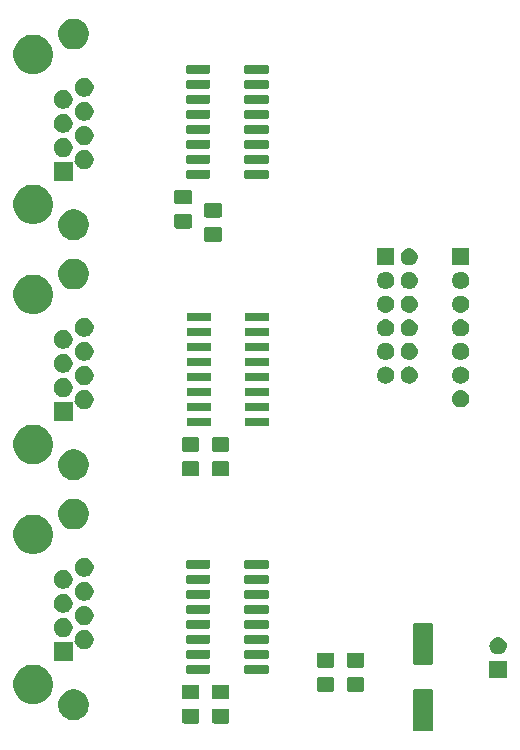
<source format=gbr>
%TF.GenerationSoftware,KiCad,Pcbnew,(5.1.2)-1*%
%TF.CreationDate,2019-06-16T17:11:37+02:00*%
%TF.ProjectId,i2s_tx,6932735f-7478-42e6-9b69-6361645f7063,rev?*%
%TF.SameCoordinates,Original*%
%TF.FileFunction,Soldermask,Top*%
%TF.FilePolarity,Negative*%
%FSLAX46Y46*%
G04 Gerber Fmt 4.6, Leading zero omitted, Abs format (unit mm)*
G04 Created by KiCad (PCBNEW (5.1.2)-1) date 2019-06-16 17:11:37*
%MOMM*%
%LPD*%
G04 APERTURE LIST*
%ADD10C,0.150000*%
G04 APERTURE END LIST*
D10*
G36*
X67380997Y-81648051D02*
G01*
X67414652Y-81658261D01*
X67445665Y-81674838D01*
X67472851Y-81697149D01*
X67495162Y-81724335D01*
X67511739Y-81755348D01*
X67521949Y-81789003D01*
X67526000Y-81830138D01*
X67526000Y-85059862D01*
X67521949Y-85100997D01*
X67511739Y-85134652D01*
X67495162Y-85165665D01*
X67472851Y-85192851D01*
X67445665Y-85215162D01*
X67414652Y-85231739D01*
X67380997Y-85241949D01*
X67339862Y-85246000D01*
X66010138Y-85246000D01*
X65969003Y-85241949D01*
X65935348Y-85231739D01*
X65904335Y-85215162D01*
X65877149Y-85192851D01*
X65854838Y-85165665D01*
X65838261Y-85134652D01*
X65828051Y-85100997D01*
X65824000Y-85059862D01*
X65824000Y-81830138D01*
X65828051Y-81789003D01*
X65838261Y-81755348D01*
X65854838Y-81724335D01*
X65877149Y-81697149D01*
X65904335Y-81674838D01*
X65935348Y-81658261D01*
X65969003Y-81648051D01*
X66010138Y-81644000D01*
X67339862Y-81644000D01*
X67380997Y-81648051D01*
X67380997Y-81648051D01*
G37*
G36*
X50118674Y-83343465D02*
G01*
X50156367Y-83354899D01*
X50191103Y-83373466D01*
X50221548Y-83398452D01*
X50246534Y-83428897D01*
X50265101Y-83463633D01*
X50276535Y-83501326D01*
X50281000Y-83546661D01*
X50281000Y-84383339D01*
X50276535Y-84428674D01*
X50265101Y-84466367D01*
X50246534Y-84501103D01*
X50221548Y-84531548D01*
X50191103Y-84556534D01*
X50156367Y-84575101D01*
X50118674Y-84586535D01*
X50073339Y-84591000D01*
X48986661Y-84591000D01*
X48941326Y-84586535D01*
X48903633Y-84575101D01*
X48868897Y-84556534D01*
X48838452Y-84531548D01*
X48813466Y-84501103D01*
X48794899Y-84466367D01*
X48783465Y-84428674D01*
X48779000Y-84383339D01*
X48779000Y-83546661D01*
X48783465Y-83501326D01*
X48794899Y-83463633D01*
X48813466Y-83428897D01*
X48838452Y-83398452D01*
X48868897Y-83373466D01*
X48903633Y-83354899D01*
X48941326Y-83343465D01*
X48986661Y-83339000D01*
X50073339Y-83339000D01*
X50118674Y-83343465D01*
X50118674Y-83343465D01*
G37*
G36*
X47578674Y-83343465D02*
G01*
X47616367Y-83354899D01*
X47651103Y-83373466D01*
X47681548Y-83398452D01*
X47706534Y-83428897D01*
X47725101Y-83463633D01*
X47736535Y-83501326D01*
X47741000Y-83546661D01*
X47741000Y-84383339D01*
X47736535Y-84428674D01*
X47725101Y-84466367D01*
X47706534Y-84501103D01*
X47681548Y-84531548D01*
X47651103Y-84556534D01*
X47616367Y-84575101D01*
X47578674Y-84586535D01*
X47533339Y-84591000D01*
X46446661Y-84591000D01*
X46401326Y-84586535D01*
X46363633Y-84575101D01*
X46328897Y-84556534D01*
X46298452Y-84531548D01*
X46273466Y-84501103D01*
X46254899Y-84466367D01*
X46243465Y-84428674D01*
X46239000Y-84383339D01*
X46239000Y-83546661D01*
X46243465Y-83501326D01*
X46254899Y-83463633D01*
X46273466Y-83428897D01*
X46298452Y-83398452D01*
X46328897Y-83373466D01*
X46363633Y-83354899D01*
X46401326Y-83343465D01*
X46446661Y-83339000D01*
X47533339Y-83339000D01*
X47578674Y-83343465D01*
X47578674Y-83343465D01*
G37*
G36*
X37464487Y-81758996D02*
G01*
X37701253Y-81857068D01*
X37701255Y-81857069D01*
X37914339Y-81999447D01*
X38095553Y-82180661D01*
X38154464Y-82268827D01*
X38237932Y-82393747D01*
X38336004Y-82630513D01*
X38386000Y-82881861D01*
X38386000Y-83138139D01*
X38336004Y-83389487D01*
X38287321Y-83507017D01*
X38237931Y-83626255D01*
X38095553Y-83839339D01*
X37914339Y-84020553D01*
X37701255Y-84162931D01*
X37701254Y-84162932D01*
X37701253Y-84162932D01*
X37464487Y-84261004D01*
X37213139Y-84311000D01*
X36956861Y-84311000D01*
X36705513Y-84261004D01*
X36468747Y-84162932D01*
X36468746Y-84162932D01*
X36468745Y-84162931D01*
X36255661Y-84020553D01*
X36074447Y-83839339D01*
X35932069Y-83626255D01*
X35882679Y-83507017D01*
X35833996Y-83389487D01*
X35784000Y-83138139D01*
X35784000Y-82881861D01*
X35833996Y-82630513D01*
X35932068Y-82393747D01*
X36015537Y-82268827D01*
X36074447Y-82180661D01*
X36255661Y-81999447D01*
X36468745Y-81857069D01*
X36468747Y-81857068D01*
X36705513Y-81758996D01*
X36956861Y-81709000D01*
X37213139Y-81709000D01*
X37464487Y-81758996D01*
X37464487Y-81758996D01*
G37*
G36*
X33959525Y-79631739D02*
G01*
X34143871Y-79668408D01*
X34448883Y-79794748D01*
X34723387Y-79978166D01*
X34956834Y-80211613D01*
X35140252Y-80486117D01*
X35266592Y-80791129D01*
X35331000Y-81114928D01*
X35331000Y-81445072D01*
X35266592Y-81768871D01*
X35140252Y-82073883D01*
X34956834Y-82348387D01*
X34723387Y-82581834D01*
X34448883Y-82765252D01*
X34143871Y-82891592D01*
X33981971Y-82923796D01*
X33820073Y-82956000D01*
X33489927Y-82956000D01*
X33328029Y-82923796D01*
X33166129Y-82891592D01*
X32861117Y-82765252D01*
X32586613Y-82581834D01*
X32353166Y-82348387D01*
X32169748Y-82073883D01*
X32043408Y-81768871D01*
X31979000Y-81445072D01*
X31979000Y-81114928D01*
X32043408Y-80791129D01*
X32169748Y-80486117D01*
X32353166Y-80211613D01*
X32586613Y-79978166D01*
X32861117Y-79794748D01*
X33166129Y-79668408D01*
X33350475Y-79631739D01*
X33489927Y-79604000D01*
X33820073Y-79604000D01*
X33959525Y-79631739D01*
X33959525Y-79631739D01*
G37*
G36*
X47578674Y-81293465D02*
G01*
X47616367Y-81304899D01*
X47651103Y-81323466D01*
X47681548Y-81348452D01*
X47706534Y-81378897D01*
X47725101Y-81413633D01*
X47736535Y-81451326D01*
X47741000Y-81496661D01*
X47741000Y-82333339D01*
X47736535Y-82378674D01*
X47725101Y-82416367D01*
X47706534Y-82451103D01*
X47681548Y-82481548D01*
X47651103Y-82506534D01*
X47616367Y-82525101D01*
X47578674Y-82536535D01*
X47533339Y-82541000D01*
X46446661Y-82541000D01*
X46401326Y-82536535D01*
X46363633Y-82525101D01*
X46328897Y-82506534D01*
X46298452Y-82481548D01*
X46273466Y-82451103D01*
X46254899Y-82416367D01*
X46243465Y-82378674D01*
X46239000Y-82333339D01*
X46239000Y-81496661D01*
X46243465Y-81451326D01*
X46254899Y-81413633D01*
X46273466Y-81378897D01*
X46298452Y-81348452D01*
X46328897Y-81323466D01*
X46363633Y-81304899D01*
X46401326Y-81293465D01*
X46446661Y-81289000D01*
X47533339Y-81289000D01*
X47578674Y-81293465D01*
X47578674Y-81293465D01*
G37*
G36*
X50118674Y-81293465D02*
G01*
X50156367Y-81304899D01*
X50191103Y-81323466D01*
X50221548Y-81348452D01*
X50246534Y-81378897D01*
X50265101Y-81413633D01*
X50276535Y-81451326D01*
X50281000Y-81496661D01*
X50281000Y-82333339D01*
X50276535Y-82378674D01*
X50265101Y-82416367D01*
X50246534Y-82451103D01*
X50221548Y-82481548D01*
X50191103Y-82506534D01*
X50156367Y-82525101D01*
X50118674Y-82536535D01*
X50073339Y-82541000D01*
X48986661Y-82541000D01*
X48941326Y-82536535D01*
X48903633Y-82525101D01*
X48868897Y-82506534D01*
X48838452Y-82481548D01*
X48813466Y-82451103D01*
X48794899Y-82416367D01*
X48783465Y-82378674D01*
X48779000Y-82333339D01*
X48779000Y-81496661D01*
X48783465Y-81451326D01*
X48794899Y-81413633D01*
X48813466Y-81378897D01*
X48838452Y-81348452D01*
X48868897Y-81323466D01*
X48903633Y-81304899D01*
X48941326Y-81293465D01*
X48986661Y-81289000D01*
X50073339Y-81289000D01*
X50118674Y-81293465D01*
X50118674Y-81293465D01*
G37*
G36*
X59008674Y-80658465D02*
G01*
X59046367Y-80669899D01*
X59081103Y-80688466D01*
X59111548Y-80713452D01*
X59136534Y-80743897D01*
X59155101Y-80778633D01*
X59166535Y-80816326D01*
X59171000Y-80861661D01*
X59171000Y-81698339D01*
X59166535Y-81743674D01*
X59155101Y-81781367D01*
X59136534Y-81816103D01*
X59111548Y-81846548D01*
X59081103Y-81871534D01*
X59046367Y-81890101D01*
X59008674Y-81901535D01*
X58963339Y-81906000D01*
X57876661Y-81906000D01*
X57831326Y-81901535D01*
X57793633Y-81890101D01*
X57758897Y-81871534D01*
X57728452Y-81846548D01*
X57703466Y-81816103D01*
X57684899Y-81781367D01*
X57673465Y-81743674D01*
X57669000Y-81698339D01*
X57669000Y-80861661D01*
X57673465Y-80816326D01*
X57684899Y-80778633D01*
X57703466Y-80743897D01*
X57728452Y-80713452D01*
X57758897Y-80688466D01*
X57793633Y-80669899D01*
X57831326Y-80658465D01*
X57876661Y-80654000D01*
X58963339Y-80654000D01*
X59008674Y-80658465D01*
X59008674Y-80658465D01*
G37*
G36*
X61548674Y-80658465D02*
G01*
X61586367Y-80669899D01*
X61621103Y-80688466D01*
X61651548Y-80713452D01*
X61676534Y-80743897D01*
X61695101Y-80778633D01*
X61706535Y-80816326D01*
X61711000Y-80861661D01*
X61711000Y-81698339D01*
X61706535Y-81743674D01*
X61695101Y-81781367D01*
X61676534Y-81816103D01*
X61651548Y-81846548D01*
X61621103Y-81871534D01*
X61586367Y-81890101D01*
X61548674Y-81901535D01*
X61503339Y-81906000D01*
X60416661Y-81906000D01*
X60371326Y-81901535D01*
X60333633Y-81890101D01*
X60298897Y-81871534D01*
X60268452Y-81846548D01*
X60243466Y-81816103D01*
X60224899Y-81781367D01*
X60213465Y-81743674D01*
X60209000Y-81698339D01*
X60209000Y-80861661D01*
X60213465Y-80816326D01*
X60224899Y-80778633D01*
X60243466Y-80743897D01*
X60268452Y-80713452D01*
X60298897Y-80688466D01*
X60333633Y-80669899D01*
X60371326Y-80658465D01*
X60416661Y-80654000D01*
X61503339Y-80654000D01*
X61548674Y-80658465D01*
X61548674Y-80658465D01*
G37*
G36*
X73751000Y-80736000D02*
G01*
X72299000Y-80736000D01*
X72299000Y-79284000D01*
X73751000Y-79284000D01*
X73751000Y-80736000D01*
X73751000Y-80736000D01*
G37*
G36*
X48559928Y-79661764D02*
G01*
X48581009Y-79668160D01*
X48600445Y-79678548D01*
X48617476Y-79692524D01*
X48631452Y-79709555D01*
X48641840Y-79728991D01*
X48648236Y-79750072D01*
X48651000Y-79778140D01*
X48651000Y-80241860D01*
X48648236Y-80269928D01*
X48641840Y-80291009D01*
X48631452Y-80310445D01*
X48617476Y-80327476D01*
X48600445Y-80341452D01*
X48581009Y-80351840D01*
X48559928Y-80358236D01*
X48531860Y-80361000D01*
X46718140Y-80361000D01*
X46690072Y-80358236D01*
X46668991Y-80351840D01*
X46649555Y-80341452D01*
X46632524Y-80327476D01*
X46618548Y-80310445D01*
X46608160Y-80291009D01*
X46601764Y-80269928D01*
X46599000Y-80241860D01*
X46599000Y-79778140D01*
X46601764Y-79750072D01*
X46608160Y-79728991D01*
X46618548Y-79709555D01*
X46632524Y-79692524D01*
X46649555Y-79678548D01*
X46668991Y-79668160D01*
X46690072Y-79661764D01*
X46718140Y-79659000D01*
X48531860Y-79659000D01*
X48559928Y-79661764D01*
X48559928Y-79661764D01*
G37*
G36*
X53509928Y-79661764D02*
G01*
X53531009Y-79668160D01*
X53550445Y-79678548D01*
X53567476Y-79692524D01*
X53581452Y-79709555D01*
X53591840Y-79728991D01*
X53598236Y-79750072D01*
X53601000Y-79778140D01*
X53601000Y-80241860D01*
X53598236Y-80269928D01*
X53591840Y-80291009D01*
X53581452Y-80310445D01*
X53567476Y-80327476D01*
X53550445Y-80341452D01*
X53531009Y-80351840D01*
X53509928Y-80358236D01*
X53481860Y-80361000D01*
X51668140Y-80361000D01*
X51640072Y-80358236D01*
X51618991Y-80351840D01*
X51599555Y-80341452D01*
X51582524Y-80327476D01*
X51568548Y-80310445D01*
X51558160Y-80291009D01*
X51551764Y-80269928D01*
X51549000Y-80241860D01*
X51549000Y-79778140D01*
X51551764Y-79750072D01*
X51558160Y-79728991D01*
X51568548Y-79709555D01*
X51582524Y-79692524D01*
X51599555Y-79678548D01*
X51618991Y-79668160D01*
X51640072Y-79661764D01*
X51668140Y-79659000D01*
X53481860Y-79659000D01*
X53509928Y-79661764D01*
X53509928Y-79661764D01*
G37*
G36*
X61548674Y-78608465D02*
G01*
X61586367Y-78619899D01*
X61621103Y-78638466D01*
X61651548Y-78663452D01*
X61676534Y-78693897D01*
X61695101Y-78728633D01*
X61706535Y-78766326D01*
X61711000Y-78811661D01*
X61711000Y-79648339D01*
X61706535Y-79693674D01*
X61695101Y-79731367D01*
X61676534Y-79766103D01*
X61651548Y-79796548D01*
X61621103Y-79821534D01*
X61586367Y-79840101D01*
X61548674Y-79851535D01*
X61503339Y-79856000D01*
X60416661Y-79856000D01*
X60371326Y-79851535D01*
X60333633Y-79840101D01*
X60298897Y-79821534D01*
X60268452Y-79796548D01*
X60243466Y-79766103D01*
X60224899Y-79731367D01*
X60213465Y-79693674D01*
X60209000Y-79648339D01*
X60209000Y-78811661D01*
X60213465Y-78766326D01*
X60224899Y-78728633D01*
X60243466Y-78693897D01*
X60268452Y-78663452D01*
X60298897Y-78638466D01*
X60333633Y-78619899D01*
X60371326Y-78608465D01*
X60416661Y-78604000D01*
X61503339Y-78604000D01*
X61548674Y-78608465D01*
X61548674Y-78608465D01*
G37*
G36*
X59008674Y-78608465D02*
G01*
X59046367Y-78619899D01*
X59081103Y-78638466D01*
X59111548Y-78663452D01*
X59136534Y-78693897D01*
X59155101Y-78728633D01*
X59166535Y-78766326D01*
X59171000Y-78811661D01*
X59171000Y-79648339D01*
X59166535Y-79693674D01*
X59155101Y-79731367D01*
X59136534Y-79766103D01*
X59111548Y-79796548D01*
X59081103Y-79821534D01*
X59046367Y-79840101D01*
X59008674Y-79851535D01*
X58963339Y-79856000D01*
X57876661Y-79856000D01*
X57831326Y-79851535D01*
X57793633Y-79840101D01*
X57758897Y-79821534D01*
X57728452Y-79796548D01*
X57703466Y-79766103D01*
X57684899Y-79731367D01*
X57673465Y-79693674D01*
X57669000Y-79648339D01*
X57669000Y-78811661D01*
X57673465Y-78766326D01*
X57684899Y-78728633D01*
X57703466Y-78693897D01*
X57728452Y-78663452D01*
X57758897Y-78638466D01*
X57793633Y-78619899D01*
X57831326Y-78608465D01*
X57876661Y-78604000D01*
X58963339Y-78604000D01*
X59008674Y-78608465D01*
X59008674Y-78608465D01*
G37*
G36*
X67380997Y-76048051D02*
G01*
X67414652Y-76058261D01*
X67445665Y-76074838D01*
X67472851Y-76097149D01*
X67495162Y-76124335D01*
X67511739Y-76155348D01*
X67521949Y-76189003D01*
X67526000Y-76230138D01*
X67526000Y-79459862D01*
X67521949Y-79500997D01*
X67511739Y-79534652D01*
X67495162Y-79565665D01*
X67472851Y-79592851D01*
X67445665Y-79615162D01*
X67414652Y-79631739D01*
X67380997Y-79641949D01*
X67339862Y-79646000D01*
X66010138Y-79646000D01*
X65969003Y-79641949D01*
X65935348Y-79631739D01*
X65904335Y-79615162D01*
X65877149Y-79592851D01*
X65854838Y-79565665D01*
X65838261Y-79534652D01*
X65828051Y-79500997D01*
X65824000Y-79459862D01*
X65824000Y-76230138D01*
X65828051Y-76189003D01*
X65838261Y-76155348D01*
X65854838Y-76124335D01*
X65877149Y-76097149D01*
X65904335Y-76074838D01*
X65935348Y-76058261D01*
X65969003Y-76048051D01*
X66010138Y-76044000D01*
X67339862Y-76044000D01*
X67380997Y-76048051D01*
X67380997Y-76048051D01*
G37*
G36*
X38208642Y-76709781D02*
G01*
X38354414Y-76770162D01*
X38354416Y-76770163D01*
X38485608Y-76857822D01*
X38597178Y-76969392D01*
X38684837Y-77100584D01*
X38684838Y-77100586D01*
X38745219Y-77246358D01*
X38776000Y-77401107D01*
X38776000Y-77558893D01*
X38745219Y-77713642D01*
X38693703Y-77838012D01*
X38684837Y-77859416D01*
X38597178Y-77990608D01*
X38485608Y-78102178D01*
X38354416Y-78189837D01*
X38354415Y-78189838D01*
X38354414Y-78189838D01*
X38208642Y-78250219D01*
X38053893Y-78281000D01*
X37896107Y-78281000D01*
X37741358Y-78250219D01*
X37595586Y-78189838D01*
X37595585Y-78189838D01*
X37595584Y-78189837D01*
X37464392Y-78102178D01*
X37352822Y-77990608D01*
X37265163Y-77859416D01*
X37256297Y-77838012D01*
X37236483Y-77790177D01*
X37224932Y-77768566D01*
X37209387Y-77749624D01*
X37190445Y-77734079D01*
X37168834Y-77722528D01*
X37145385Y-77715415D01*
X37120999Y-77713013D01*
X37096613Y-77715415D01*
X37073164Y-77722528D01*
X37051553Y-77734079D01*
X37032611Y-77749624D01*
X37017066Y-77768566D01*
X37005515Y-77790177D01*
X36998402Y-77813626D01*
X36996000Y-77838012D01*
X36996000Y-79301000D01*
X35394000Y-79301000D01*
X35394000Y-77699000D01*
X37049558Y-77699000D01*
X37073944Y-77696598D01*
X37097393Y-77689485D01*
X37119004Y-77677934D01*
X37137946Y-77662389D01*
X37153491Y-77643447D01*
X37165042Y-77621836D01*
X37172155Y-77598387D01*
X37174557Y-77574001D01*
X37174000Y-77568351D01*
X37174000Y-77401107D01*
X37204781Y-77246358D01*
X37265162Y-77100586D01*
X37265163Y-77100584D01*
X37352822Y-76969392D01*
X37464392Y-76857822D01*
X37595584Y-76770163D01*
X37595586Y-76770162D01*
X37741358Y-76709781D01*
X37896107Y-76679000D01*
X38053893Y-76679000D01*
X38208642Y-76709781D01*
X38208642Y-76709781D01*
G37*
G36*
X48559928Y-78391764D02*
G01*
X48581009Y-78398160D01*
X48600445Y-78408548D01*
X48617476Y-78422524D01*
X48631452Y-78439555D01*
X48641840Y-78458991D01*
X48648236Y-78480072D01*
X48651000Y-78508140D01*
X48651000Y-78971860D01*
X48648236Y-78999928D01*
X48641840Y-79021009D01*
X48631452Y-79040445D01*
X48617476Y-79057476D01*
X48600445Y-79071452D01*
X48581009Y-79081840D01*
X48559928Y-79088236D01*
X48531860Y-79091000D01*
X46718140Y-79091000D01*
X46690072Y-79088236D01*
X46668991Y-79081840D01*
X46649555Y-79071452D01*
X46632524Y-79057476D01*
X46618548Y-79040445D01*
X46608160Y-79021009D01*
X46601764Y-78999928D01*
X46599000Y-78971860D01*
X46599000Y-78508140D01*
X46601764Y-78480072D01*
X46608160Y-78458991D01*
X46618548Y-78439555D01*
X46632524Y-78422524D01*
X46649555Y-78408548D01*
X46668991Y-78398160D01*
X46690072Y-78391764D01*
X46718140Y-78389000D01*
X48531860Y-78389000D01*
X48559928Y-78391764D01*
X48559928Y-78391764D01*
G37*
G36*
X53509928Y-78391764D02*
G01*
X53531009Y-78398160D01*
X53550445Y-78408548D01*
X53567476Y-78422524D01*
X53581452Y-78439555D01*
X53591840Y-78458991D01*
X53598236Y-78480072D01*
X53601000Y-78508140D01*
X53601000Y-78971860D01*
X53598236Y-78999928D01*
X53591840Y-79021009D01*
X53581452Y-79040445D01*
X53567476Y-79057476D01*
X53550445Y-79071452D01*
X53531009Y-79081840D01*
X53509928Y-79088236D01*
X53481860Y-79091000D01*
X51668140Y-79091000D01*
X51640072Y-79088236D01*
X51618991Y-79081840D01*
X51599555Y-79071452D01*
X51582524Y-79057476D01*
X51568548Y-79040445D01*
X51558160Y-79021009D01*
X51551764Y-78999928D01*
X51549000Y-78971860D01*
X51549000Y-78508140D01*
X51551764Y-78480072D01*
X51558160Y-78458991D01*
X51568548Y-78439555D01*
X51582524Y-78422524D01*
X51599555Y-78408548D01*
X51618991Y-78398160D01*
X51640072Y-78391764D01*
X51668140Y-78389000D01*
X53481860Y-78389000D01*
X53509928Y-78391764D01*
X53509928Y-78391764D01*
G37*
G36*
X73096213Y-77287502D02*
G01*
X73167321Y-77294505D01*
X73304172Y-77336019D01*
X73304175Y-77336020D01*
X73430294Y-77403432D01*
X73540843Y-77494157D01*
X73631568Y-77604706D01*
X73698980Y-77730825D01*
X73698981Y-77730828D01*
X73740495Y-77867679D01*
X73754512Y-78010000D01*
X73740495Y-78152321D01*
X73729114Y-78189837D01*
X73698980Y-78289175D01*
X73631568Y-78415294D01*
X73540843Y-78525843D01*
X73430294Y-78616568D01*
X73304175Y-78683980D01*
X73304172Y-78683981D01*
X73167321Y-78725495D01*
X73096213Y-78732498D01*
X73060660Y-78736000D01*
X72989340Y-78736000D01*
X72953787Y-78732498D01*
X72882679Y-78725495D01*
X72745828Y-78683981D01*
X72745825Y-78683980D01*
X72619706Y-78616568D01*
X72509157Y-78525843D01*
X72418432Y-78415294D01*
X72351020Y-78289175D01*
X72320886Y-78189837D01*
X72309505Y-78152321D01*
X72295488Y-78010000D01*
X72309505Y-77867679D01*
X72351019Y-77730828D01*
X72351020Y-77730825D01*
X72418432Y-77604706D01*
X72509157Y-77494157D01*
X72619706Y-77403432D01*
X72745825Y-77336020D01*
X72745828Y-77336019D01*
X72882679Y-77294505D01*
X72953787Y-77287502D01*
X72989340Y-77284000D01*
X73060660Y-77284000D01*
X73096213Y-77287502D01*
X73096213Y-77287502D01*
G37*
G36*
X48559928Y-77121764D02*
G01*
X48581009Y-77128160D01*
X48600445Y-77138548D01*
X48617476Y-77152524D01*
X48631452Y-77169555D01*
X48641840Y-77188991D01*
X48648236Y-77210072D01*
X48651000Y-77238140D01*
X48651000Y-77701860D01*
X48648236Y-77729928D01*
X48641840Y-77751009D01*
X48631452Y-77770445D01*
X48617476Y-77787476D01*
X48600445Y-77801452D01*
X48581009Y-77811840D01*
X48559928Y-77818236D01*
X48531860Y-77821000D01*
X46718140Y-77821000D01*
X46690072Y-77818236D01*
X46668991Y-77811840D01*
X46649555Y-77801452D01*
X46632524Y-77787476D01*
X46618548Y-77770445D01*
X46608160Y-77751009D01*
X46601764Y-77729928D01*
X46599000Y-77701860D01*
X46599000Y-77238140D01*
X46601764Y-77210072D01*
X46608160Y-77188991D01*
X46618548Y-77169555D01*
X46632524Y-77152524D01*
X46649555Y-77138548D01*
X46668991Y-77128160D01*
X46690072Y-77121764D01*
X46718140Y-77119000D01*
X48531860Y-77119000D01*
X48559928Y-77121764D01*
X48559928Y-77121764D01*
G37*
G36*
X53509928Y-77121764D02*
G01*
X53531009Y-77128160D01*
X53550445Y-77138548D01*
X53567476Y-77152524D01*
X53581452Y-77169555D01*
X53591840Y-77188991D01*
X53598236Y-77210072D01*
X53601000Y-77238140D01*
X53601000Y-77701860D01*
X53598236Y-77729928D01*
X53591840Y-77751009D01*
X53581452Y-77770445D01*
X53567476Y-77787476D01*
X53550445Y-77801452D01*
X53531009Y-77811840D01*
X53509928Y-77818236D01*
X53481860Y-77821000D01*
X51668140Y-77821000D01*
X51640072Y-77818236D01*
X51618991Y-77811840D01*
X51599555Y-77801452D01*
X51582524Y-77787476D01*
X51568548Y-77770445D01*
X51558160Y-77751009D01*
X51551764Y-77729928D01*
X51549000Y-77701860D01*
X51549000Y-77238140D01*
X51551764Y-77210072D01*
X51558160Y-77188991D01*
X51568548Y-77169555D01*
X51582524Y-77152524D01*
X51599555Y-77138548D01*
X51618991Y-77128160D01*
X51640072Y-77121764D01*
X51668140Y-77119000D01*
X53481860Y-77119000D01*
X53509928Y-77121764D01*
X53509928Y-77121764D01*
G37*
G36*
X36428642Y-75689781D02*
G01*
X36574414Y-75750162D01*
X36574416Y-75750163D01*
X36705608Y-75837822D01*
X36817178Y-75949392D01*
X36904837Y-76080584D01*
X36904838Y-76080586D01*
X36965219Y-76226358D01*
X36996000Y-76381107D01*
X36996000Y-76538893D01*
X36965219Y-76693642D01*
X36904838Y-76839414D01*
X36904837Y-76839416D01*
X36817178Y-76970608D01*
X36705608Y-77082178D01*
X36574416Y-77169837D01*
X36574415Y-77169838D01*
X36574414Y-77169838D01*
X36428642Y-77230219D01*
X36273893Y-77261000D01*
X36116107Y-77261000D01*
X35961358Y-77230219D01*
X35815586Y-77169838D01*
X35815585Y-77169838D01*
X35815584Y-77169837D01*
X35684392Y-77082178D01*
X35572822Y-76970608D01*
X35485163Y-76839416D01*
X35485162Y-76839414D01*
X35424781Y-76693642D01*
X35394000Y-76538893D01*
X35394000Y-76381107D01*
X35424781Y-76226358D01*
X35485162Y-76080586D01*
X35485163Y-76080584D01*
X35572822Y-75949392D01*
X35684392Y-75837822D01*
X35815584Y-75750163D01*
X35815586Y-75750162D01*
X35961358Y-75689781D01*
X36116107Y-75659000D01*
X36273893Y-75659000D01*
X36428642Y-75689781D01*
X36428642Y-75689781D01*
G37*
G36*
X53509928Y-75851764D02*
G01*
X53531009Y-75858160D01*
X53550445Y-75868548D01*
X53567476Y-75882524D01*
X53581452Y-75899555D01*
X53591840Y-75918991D01*
X53598236Y-75940072D01*
X53601000Y-75968140D01*
X53601000Y-76431860D01*
X53598236Y-76459928D01*
X53591840Y-76481009D01*
X53581452Y-76500445D01*
X53567476Y-76517476D01*
X53550445Y-76531452D01*
X53531009Y-76541840D01*
X53509928Y-76548236D01*
X53481860Y-76551000D01*
X51668140Y-76551000D01*
X51640072Y-76548236D01*
X51618991Y-76541840D01*
X51599555Y-76531452D01*
X51582524Y-76517476D01*
X51568548Y-76500445D01*
X51558160Y-76481009D01*
X51551764Y-76459928D01*
X51549000Y-76431860D01*
X51549000Y-75968140D01*
X51551764Y-75940072D01*
X51558160Y-75918991D01*
X51568548Y-75899555D01*
X51582524Y-75882524D01*
X51599555Y-75868548D01*
X51618991Y-75858160D01*
X51640072Y-75851764D01*
X51668140Y-75849000D01*
X53481860Y-75849000D01*
X53509928Y-75851764D01*
X53509928Y-75851764D01*
G37*
G36*
X48559928Y-75851764D02*
G01*
X48581009Y-75858160D01*
X48600445Y-75868548D01*
X48617476Y-75882524D01*
X48631452Y-75899555D01*
X48641840Y-75918991D01*
X48648236Y-75940072D01*
X48651000Y-75968140D01*
X48651000Y-76431860D01*
X48648236Y-76459928D01*
X48641840Y-76481009D01*
X48631452Y-76500445D01*
X48617476Y-76517476D01*
X48600445Y-76531452D01*
X48581009Y-76541840D01*
X48559928Y-76548236D01*
X48531860Y-76551000D01*
X46718140Y-76551000D01*
X46690072Y-76548236D01*
X46668991Y-76541840D01*
X46649555Y-76531452D01*
X46632524Y-76517476D01*
X46618548Y-76500445D01*
X46608160Y-76481009D01*
X46601764Y-76459928D01*
X46599000Y-76431860D01*
X46599000Y-75968140D01*
X46601764Y-75940072D01*
X46608160Y-75918991D01*
X46618548Y-75899555D01*
X46632524Y-75882524D01*
X46649555Y-75868548D01*
X46668991Y-75858160D01*
X46690072Y-75851764D01*
X46718140Y-75849000D01*
X48531860Y-75849000D01*
X48559928Y-75851764D01*
X48559928Y-75851764D01*
G37*
G36*
X38208642Y-74669781D02*
G01*
X38330513Y-74720262D01*
X38354416Y-74730163D01*
X38485608Y-74817822D01*
X38597178Y-74929392D01*
X38684837Y-75060584D01*
X38684838Y-75060586D01*
X38745219Y-75206358D01*
X38776000Y-75361107D01*
X38776000Y-75518893D01*
X38745219Y-75673642D01*
X38684838Y-75819414D01*
X38684837Y-75819416D01*
X38597178Y-75950608D01*
X38485608Y-76062178D01*
X38354416Y-76149837D01*
X38354415Y-76149838D01*
X38354414Y-76149838D01*
X38208642Y-76210219D01*
X38053893Y-76241000D01*
X37896107Y-76241000D01*
X37741358Y-76210219D01*
X37595586Y-76149838D01*
X37595585Y-76149838D01*
X37595584Y-76149837D01*
X37464392Y-76062178D01*
X37352822Y-75950608D01*
X37265163Y-75819416D01*
X37265162Y-75819414D01*
X37204781Y-75673642D01*
X37174000Y-75518893D01*
X37174000Y-75361107D01*
X37204781Y-75206358D01*
X37265162Y-75060586D01*
X37265163Y-75060584D01*
X37352822Y-74929392D01*
X37464392Y-74817822D01*
X37595584Y-74730163D01*
X37619487Y-74720262D01*
X37741358Y-74669781D01*
X37896107Y-74639000D01*
X38053893Y-74639000D01*
X38208642Y-74669781D01*
X38208642Y-74669781D01*
G37*
G36*
X48559928Y-74581764D02*
G01*
X48581009Y-74588160D01*
X48600445Y-74598548D01*
X48617476Y-74612524D01*
X48631452Y-74629555D01*
X48641840Y-74648991D01*
X48648236Y-74670072D01*
X48651000Y-74698140D01*
X48651000Y-75161860D01*
X48648236Y-75189928D01*
X48641840Y-75211009D01*
X48631452Y-75230445D01*
X48617476Y-75247476D01*
X48600445Y-75261452D01*
X48581009Y-75271840D01*
X48559928Y-75278236D01*
X48531860Y-75281000D01*
X46718140Y-75281000D01*
X46690072Y-75278236D01*
X46668991Y-75271840D01*
X46649555Y-75261452D01*
X46632524Y-75247476D01*
X46618548Y-75230445D01*
X46608160Y-75211009D01*
X46601764Y-75189928D01*
X46599000Y-75161860D01*
X46599000Y-74698140D01*
X46601764Y-74670072D01*
X46608160Y-74648991D01*
X46618548Y-74629555D01*
X46632524Y-74612524D01*
X46649555Y-74598548D01*
X46668991Y-74588160D01*
X46690072Y-74581764D01*
X46718140Y-74579000D01*
X48531860Y-74579000D01*
X48559928Y-74581764D01*
X48559928Y-74581764D01*
G37*
G36*
X53509928Y-74581764D02*
G01*
X53531009Y-74588160D01*
X53550445Y-74598548D01*
X53567476Y-74612524D01*
X53581452Y-74629555D01*
X53591840Y-74648991D01*
X53598236Y-74670072D01*
X53601000Y-74698140D01*
X53601000Y-75161860D01*
X53598236Y-75189928D01*
X53591840Y-75211009D01*
X53581452Y-75230445D01*
X53567476Y-75247476D01*
X53550445Y-75261452D01*
X53531009Y-75271840D01*
X53509928Y-75278236D01*
X53481860Y-75281000D01*
X51668140Y-75281000D01*
X51640072Y-75278236D01*
X51618991Y-75271840D01*
X51599555Y-75261452D01*
X51582524Y-75247476D01*
X51568548Y-75230445D01*
X51558160Y-75211009D01*
X51551764Y-75189928D01*
X51549000Y-75161860D01*
X51549000Y-74698140D01*
X51551764Y-74670072D01*
X51558160Y-74648991D01*
X51568548Y-74629555D01*
X51582524Y-74612524D01*
X51599555Y-74598548D01*
X51618991Y-74588160D01*
X51640072Y-74581764D01*
X51668140Y-74579000D01*
X53481860Y-74579000D01*
X53509928Y-74581764D01*
X53509928Y-74581764D01*
G37*
G36*
X36428642Y-73649781D02*
G01*
X36574414Y-73710162D01*
X36574416Y-73710163D01*
X36705608Y-73797822D01*
X36817178Y-73909392D01*
X36904837Y-74040584D01*
X36904838Y-74040586D01*
X36965219Y-74186358D01*
X36996000Y-74341107D01*
X36996000Y-74498893D01*
X36965219Y-74653642D01*
X36923442Y-74754500D01*
X36904837Y-74799416D01*
X36817178Y-74930608D01*
X36705608Y-75042178D01*
X36574416Y-75129837D01*
X36574415Y-75129838D01*
X36574414Y-75129838D01*
X36428642Y-75190219D01*
X36273893Y-75221000D01*
X36116107Y-75221000D01*
X35961358Y-75190219D01*
X35815586Y-75129838D01*
X35815585Y-75129838D01*
X35815584Y-75129837D01*
X35684392Y-75042178D01*
X35572822Y-74930608D01*
X35485163Y-74799416D01*
X35466558Y-74754500D01*
X35424781Y-74653642D01*
X35394000Y-74498893D01*
X35394000Y-74341107D01*
X35424781Y-74186358D01*
X35485162Y-74040586D01*
X35485163Y-74040584D01*
X35572822Y-73909392D01*
X35684392Y-73797822D01*
X35815584Y-73710163D01*
X35815586Y-73710162D01*
X35961358Y-73649781D01*
X36116107Y-73619000D01*
X36273893Y-73619000D01*
X36428642Y-73649781D01*
X36428642Y-73649781D01*
G37*
G36*
X38208642Y-72629781D02*
G01*
X38353050Y-72689597D01*
X38354416Y-72690163D01*
X38485608Y-72777822D01*
X38597178Y-72889392D01*
X38684837Y-73020584D01*
X38684838Y-73020586D01*
X38745219Y-73166358D01*
X38776000Y-73321107D01*
X38776000Y-73478893D01*
X38745219Y-73633642D01*
X38684838Y-73779414D01*
X38684837Y-73779416D01*
X38597178Y-73910608D01*
X38485608Y-74022178D01*
X38354416Y-74109837D01*
X38354415Y-74109838D01*
X38354414Y-74109838D01*
X38208642Y-74170219D01*
X38053893Y-74201000D01*
X37896107Y-74201000D01*
X37741358Y-74170219D01*
X37595586Y-74109838D01*
X37595585Y-74109838D01*
X37595584Y-74109837D01*
X37464392Y-74022178D01*
X37352822Y-73910608D01*
X37265163Y-73779416D01*
X37265162Y-73779414D01*
X37204781Y-73633642D01*
X37174000Y-73478893D01*
X37174000Y-73321107D01*
X37204781Y-73166358D01*
X37265162Y-73020586D01*
X37265163Y-73020584D01*
X37352822Y-72889392D01*
X37464392Y-72777822D01*
X37595584Y-72690163D01*
X37596950Y-72689597D01*
X37741358Y-72629781D01*
X37896107Y-72599000D01*
X38053893Y-72599000D01*
X38208642Y-72629781D01*
X38208642Y-72629781D01*
G37*
G36*
X48559928Y-73311764D02*
G01*
X48581009Y-73318160D01*
X48600445Y-73328548D01*
X48617476Y-73342524D01*
X48631452Y-73359555D01*
X48641840Y-73378991D01*
X48648236Y-73400072D01*
X48651000Y-73428140D01*
X48651000Y-73891860D01*
X48648236Y-73919928D01*
X48641840Y-73941009D01*
X48631452Y-73960445D01*
X48617476Y-73977476D01*
X48600445Y-73991452D01*
X48581009Y-74001840D01*
X48559928Y-74008236D01*
X48531860Y-74011000D01*
X46718140Y-74011000D01*
X46690072Y-74008236D01*
X46668991Y-74001840D01*
X46649555Y-73991452D01*
X46632524Y-73977476D01*
X46618548Y-73960445D01*
X46608160Y-73941009D01*
X46601764Y-73919928D01*
X46599000Y-73891860D01*
X46599000Y-73428140D01*
X46601764Y-73400072D01*
X46608160Y-73378991D01*
X46618548Y-73359555D01*
X46632524Y-73342524D01*
X46649555Y-73328548D01*
X46668991Y-73318160D01*
X46690072Y-73311764D01*
X46718140Y-73309000D01*
X48531860Y-73309000D01*
X48559928Y-73311764D01*
X48559928Y-73311764D01*
G37*
G36*
X53509928Y-73311764D02*
G01*
X53531009Y-73318160D01*
X53550445Y-73328548D01*
X53567476Y-73342524D01*
X53581452Y-73359555D01*
X53591840Y-73378991D01*
X53598236Y-73400072D01*
X53601000Y-73428140D01*
X53601000Y-73891860D01*
X53598236Y-73919928D01*
X53591840Y-73941009D01*
X53581452Y-73960445D01*
X53567476Y-73977476D01*
X53550445Y-73991452D01*
X53531009Y-74001840D01*
X53509928Y-74008236D01*
X53481860Y-74011000D01*
X51668140Y-74011000D01*
X51640072Y-74008236D01*
X51618991Y-74001840D01*
X51599555Y-73991452D01*
X51582524Y-73977476D01*
X51568548Y-73960445D01*
X51558160Y-73941009D01*
X51551764Y-73919928D01*
X51549000Y-73891860D01*
X51549000Y-73428140D01*
X51551764Y-73400072D01*
X51558160Y-73378991D01*
X51568548Y-73359555D01*
X51582524Y-73342524D01*
X51599555Y-73328548D01*
X51618991Y-73318160D01*
X51640072Y-73311764D01*
X51668140Y-73309000D01*
X53481860Y-73309000D01*
X53509928Y-73311764D01*
X53509928Y-73311764D01*
G37*
G36*
X36428642Y-71609781D02*
G01*
X36574414Y-71670162D01*
X36574416Y-71670163D01*
X36705608Y-71757822D01*
X36817178Y-71869392D01*
X36904837Y-72000584D01*
X36904838Y-72000586D01*
X36965219Y-72146358D01*
X36996000Y-72301107D01*
X36996000Y-72458893D01*
X36965219Y-72613642D01*
X36913862Y-72737628D01*
X36904837Y-72759416D01*
X36817178Y-72890608D01*
X36705608Y-73002178D01*
X36574416Y-73089837D01*
X36574415Y-73089838D01*
X36574414Y-73089838D01*
X36428642Y-73150219D01*
X36273893Y-73181000D01*
X36116107Y-73181000D01*
X35961358Y-73150219D01*
X35815586Y-73089838D01*
X35815585Y-73089838D01*
X35815584Y-73089837D01*
X35684392Y-73002178D01*
X35572822Y-72890608D01*
X35485163Y-72759416D01*
X35476138Y-72737628D01*
X35424781Y-72613642D01*
X35394000Y-72458893D01*
X35394000Y-72301107D01*
X35424781Y-72146358D01*
X35485162Y-72000586D01*
X35485163Y-72000584D01*
X35572822Y-71869392D01*
X35684392Y-71757822D01*
X35815584Y-71670163D01*
X35815586Y-71670162D01*
X35961358Y-71609781D01*
X36116107Y-71579000D01*
X36273893Y-71579000D01*
X36428642Y-71609781D01*
X36428642Y-71609781D01*
G37*
G36*
X48559928Y-72041764D02*
G01*
X48581009Y-72048160D01*
X48600445Y-72058548D01*
X48617476Y-72072524D01*
X48631452Y-72089555D01*
X48641840Y-72108991D01*
X48648236Y-72130072D01*
X48651000Y-72158140D01*
X48651000Y-72621860D01*
X48648236Y-72649928D01*
X48641840Y-72671009D01*
X48631452Y-72690445D01*
X48617476Y-72707476D01*
X48600445Y-72721452D01*
X48581009Y-72731840D01*
X48559928Y-72738236D01*
X48531860Y-72741000D01*
X46718140Y-72741000D01*
X46690072Y-72738236D01*
X46668991Y-72731840D01*
X46649555Y-72721452D01*
X46632524Y-72707476D01*
X46618548Y-72690445D01*
X46608160Y-72671009D01*
X46601764Y-72649928D01*
X46599000Y-72621860D01*
X46599000Y-72158140D01*
X46601764Y-72130072D01*
X46608160Y-72108991D01*
X46618548Y-72089555D01*
X46632524Y-72072524D01*
X46649555Y-72058548D01*
X46668991Y-72048160D01*
X46690072Y-72041764D01*
X46718140Y-72039000D01*
X48531860Y-72039000D01*
X48559928Y-72041764D01*
X48559928Y-72041764D01*
G37*
G36*
X53509928Y-72041764D02*
G01*
X53531009Y-72048160D01*
X53550445Y-72058548D01*
X53567476Y-72072524D01*
X53581452Y-72089555D01*
X53591840Y-72108991D01*
X53598236Y-72130072D01*
X53601000Y-72158140D01*
X53601000Y-72621860D01*
X53598236Y-72649928D01*
X53591840Y-72671009D01*
X53581452Y-72690445D01*
X53567476Y-72707476D01*
X53550445Y-72721452D01*
X53531009Y-72731840D01*
X53509928Y-72738236D01*
X53481860Y-72741000D01*
X51668140Y-72741000D01*
X51640072Y-72738236D01*
X51618991Y-72731840D01*
X51599555Y-72721452D01*
X51582524Y-72707476D01*
X51568548Y-72690445D01*
X51558160Y-72671009D01*
X51551764Y-72649928D01*
X51549000Y-72621860D01*
X51549000Y-72158140D01*
X51551764Y-72130072D01*
X51558160Y-72108991D01*
X51568548Y-72089555D01*
X51582524Y-72072524D01*
X51599555Y-72058548D01*
X51618991Y-72048160D01*
X51640072Y-72041764D01*
X51668140Y-72039000D01*
X53481860Y-72039000D01*
X53509928Y-72041764D01*
X53509928Y-72041764D01*
G37*
G36*
X38208642Y-70589781D02*
G01*
X38354414Y-70650162D01*
X38354416Y-70650163D01*
X38485608Y-70737822D01*
X38597178Y-70849392D01*
X38684837Y-70980584D01*
X38684838Y-70980586D01*
X38745219Y-71126358D01*
X38776000Y-71281107D01*
X38776000Y-71438893D01*
X38745219Y-71593642D01*
X38684838Y-71739414D01*
X38684837Y-71739416D01*
X38597178Y-71870608D01*
X38485608Y-71982178D01*
X38354416Y-72069837D01*
X38354415Y-72069838D01*
X38354414Y-72069838D01*
X38208642Y-72130219D01*
X38053893Y-72161000D01*
X37896107Y-72161000D01*
X37741358Y-72130219D01*
X37595586Y-72069838D01*
X37595585Y-72069838D01*
X37595584Y-72069837D01*
X37464392Y-71982178D01*
X37352822Y-71870608D01*
X37265163Y-71739416D01*
X37265162Y-71739414D01*
X37204781Y-71593642D01*
X37174000Y-71438893D01*
X37174000Y-71281107D01*
X37204781Y-71126358D01*
X37265162Y-70980586D01*
X37265163Y-70980584D01*
X37352822Y-70849392D01*
X37464392Y-70737822D01*
X37595584Y-70650163D01*
X37595586Y-70650162D01*
X37741358Y-70589781D01*
X37896107Y-70559000D01*
X38053893Y-70559000D01*
X38208642Y-70589781D01*
X38208642Y-70589781D01*
G37*
G36*
X48559928Y-70771764D02*
G01*
X48581009Y-70778160D01*
X48600445Y-70788548D01*
X48617476Y-70802524D01*
X48631452Y-70819555D01*
X48641840Y-70838991D01*
X48648236Y-70860072D01*
X48651000Y-70888140D01*
X48651000Y-71351860D01*
X48648236Y-71379928D01*
X48641840Y-71401009D01*
X48631452Y-71420445D01*
X48617476Y-71437476D01*
X48600445Y-71451452D01*
X48581009Y-71461840D01*
X48559928Y-71468236D01*
X48531860Y-71471000D01*
X46718140Y-71471000D01*
X46690072Y-71468236D01*
X46668991Y-71461840D01*
X46649555Y-71451452D01*
X46632524Y-71437476D01*
X46618548Y-71420445D01*
X46608160Y-71401009D01*
X46601764Y-71379928D01*
X46599000Y-71351860D01*
X46599000Y-70888140D01*
X46601764Y-70860072D01*
X46608160Y-70838991D01*
X46618548Y-70819555D01*
X46632524Y-70802524D01*
X46649555Y-70788548D01*
X46668991Y-70778160D01*
X46690072Y-70771764D01*
X46718140Y-70769000D01*
X48531860Y-70769000D01*
X48559928Y-70771764D01*
X48559928Y-70771764D01*
G37*
G36*
X53509928Y-70771764D02*
G01*
X53531009Y-70778160D01*
X53550445Y-70788548D01*
X53567476Y-70802524D01*
X53581452Y-70819555D01*
X53591840Y-70838991D01*
X53598236Y-70860072D01*
X53601000Y-70888140D01*
X53601000Y-71351860D01*
X53598236Y-71379928D01*
X53591840Y-71401009D01*
X53581452Y-71420445D01*
X53567476Y-71437476D01*
X53550445Y-71451452D01*
X53531009Y-71461840D01*
X53509928Y-71468236D01*
X53481860Y-71471000D01*
X51668140Y-71471000D01*
X51640072Y-71468236D01*
X51618991Y-71461840D01*
X51599555Y-71451452D01*
X51582524Y-71437476D01*
X51568548Y-71420445D01*
X51558160Y-71401009D01*
X51551764Y-71379928D01*
X51549000Y-71351860D01*
X51549000Y-70888140D01*
X51551764Y-70860072D01*
X51558160Y-70838991D01*
X51568548Y-70819555D01*
X51582524Y-70802524D01*
X51599555Y-70788548D01*
X51618991Y-70778160D01*
X51640072Y-70771764D01*
X51668140Y-70769000D01*
X53481860Y-70769000D01*
X53509928Y-70771764D01*
X53509928Y-70771764D01*
G37*
G36*
X33981971Y-66936204D02*
G01*
X34143871Y-66968408D01*
X34448883Y-67094748D01*
X34723387Y-67278166D01*
X34956834Y-67511613D01*
X35140252Y-67786117D01*
X35266592Y-68091129D01*
X35331000Y-68414928D01*
X35331000Y-68745072D01*
X35266592Y-69068871D01*
X35140252Y-69373883D01*
X34956834Y-69648387D01*
X34723387Y-69881834D01*
X34448883Y-70065252D01*
X34143871Y-70191592D01*
X33820073Y-70256000D01*
X33489927Y-70256000D01*
X33166129Y-70191592D01*
X32861117Y-70065252D01*
X32586613Y-69881834D01*
X32353166Y-69648387D01*
X32169748Y-69373883D01*
X32043408Y-69068871D01*
X31979000Y-68745072D01*
X31979000Y-68414928D01*
X32043408Y-68091129D01*
X32169748Y-67786117D01*
X32353166Y-67511613D01*
X32586613Y-67278166D01*
X32861117Y-67094748D01*
X33166129Y-66968408D01*
X33328029Y-66936204D01*
X33489927Y-66904000D01*
X33820073Y-66904000D01*
X33981971Y-66936204D01*
X33981971Y-66936204D01*
G37*
G36*
X37464487Y-65598996D02*
G01*
X37701253Y-65697068D01*
X37701255Y-65697069D01*
X37914339Y-65839447D01*
X38095553Y-66020661D01*
X38237932Y-66233747D01*
X38336004Y-66470513D01*
X38386000Y-66721861D01*
X38386000Y-66978139D01*
X38336004Y-67229487D01*
X38315840Y-67278166D01*
X38237931Y-67466255D01*
X38095553Y-67679339D01*
X37914339Y-67860553D01*
X37701255Y-68002931D01*
X37701254Y-68002932D01*
X37701253Y-68002932D01*
X37464487Y-68101004D01*
X37213139Y-68151000D01*
X36956861Y-68151000D01*
X36705513Y-68101004D01*
X36468747Y-68002932D01*
X36468746Y-68002932D01*
X36468745Y-68002931D01*
X36255661Y-67860553D01*
X36074447Y-67679339D01*
X35932069Y-67466255D01*
X35854160Y-67278166D01*
X35833996Y-67229487D01*
X35784000Y-66978139D01*
X35784000Y-66721861D01*
X35833996Y-66470513D01*
X35932068Y-66233747D01*
X36074447Y-66020661D01*
X36255661Y-65839447D01*
X36468745Y-65697069D01*
X36468747Y-65697068D01*
X36705513Y-65598996D01*
X36956861Y-65549000D01*
X37213139Y-65549000D01*
X37464487Y-65598996D01*
X37464487Y-65598996D01*
G37*
G36*
X37464487Y-61438996D02*
G01*
X37701253Y-61537068D01*
X37701255Y-61537069D01*
X37914339Y-61679447D01*
X38095553Y-61860661D01*
X38237932Y-62073747D01*
X38336004Y-62310513D01*
X38386000Y-62561861D01*
X38386000Y-62818139D01*
X38336004Y-63069487D01*
X38237932Y-63306253D01*
X38237931Y-63306255D01*
X38095553Y-63519339D01*
X37914339Y-63700553D01*
X37701255Y-63842931D01*
X37701254Y-63842932D01*
X37701253Y-63842932D01*
X37464487Y-63941004D01*
X37213139Y-63991000D01*
X36956861Y-63991000D01*
X36705513Y-63941004D01*
X36468747Y-63842932D01*
X36468746Y-63842932D01*
X36468745Y-63842931D01*
X36255661Y-63700553D01*
X36074447Y-63519339D01*
X35932069Y-63306255D01*
X35932068Y-63306253D01*
X35833996Y-63069487D01*
X35784000Y-62818139D01*
X35784000Y-62561861D01*
X35833996Y-62310513D01*
X35932068Y-62073747D01*
X36074447Y-61860661D01*
X36255661Y-61679447D01*
X36468745Y-61537069D01*
X36468747Y-61537068D01*
X36705513Y-61438996D01*
X36956861Y-61389000D01*
X37213139Y-61389000D01*
X37464487Y-61438996D01*
X37464487Y-61438996D01*
G37*
G36*
X50118674Y-62388465D02*
G01*
X50156367Y-62399899D01*
X50191103Y-62418466D01*
X50221548Y-62443452D01*
X50246534Y-62473897D01*
X50265101Y-62508633D01*
X50276535Y-62546326D01*
X50281000Y-62591661D01*
X50281000Y-63428339D01*
X50276535Y-63473674D01*
X50265101Y-63511367D01*
X50246534Y-63546103D01*
X50221548Y-63576548D01*
X50191103Y-63601534D01*
X50156367Y-63620101D01*
X50118674Y-63631535D01*
X50073339Y-63636000D01*
X48986661Y-63636000D01*
X48941326Y-63631535D01*
X48903633Y-63620101D01*
X48868897Y-63601534D01*
X48838452Y-63576548D01*
X48813466Y-63546103D01*
X48794899Y-63511367D01*
X48783465Y-63473674D01*
X48779000Y-63428339D01*
X48779000Y-62591661D01*
X48783465Y-62546326D01*
X48794899Y-62508633D01*
X48813466Y-62473897D01*
X48838452Y-62443452D01*
X48868897Y-62418466D01*
X48903633Y-62399899D01*
X48941326Y-62388465D01*
X48986661Y-62384000D01*
X50073339Y-62384000D01*
X50118674Y-62388465D01*
X50118674Y-62388465D01*
G37*
G36*
X47578674Y-62388465D02*
G01*
X47616367Y-62399899D01*
X47651103Y-62418466D01*
X47681548Y-62443452D01*
X47706534Y-62473897D01*
X47725101Y-62508633D01*
X47736535Y-62546326D01*
X47741000Y-62591661D01*
X47741000Y-63428339D01*
X47736535Y-63473674D01*
X47725101Y-63511367D01*
X47706534Y-63546103D01*
X47681548Y-63576548D01*
X47651103Y-63601534D01*
X47616367Y-63620101D01*
X47578674Y-63631535D01*
X47533339Y-63636000D01*
X46446661Y-63636000D01*
X46401326Y-63631535D01*
X46363633Y-63620101D01*
X46328897Y-63601534D01*
X46298452Y-63576548D01*
X46273466Y-63546103D01*
X46254899Y-63511367D01*
X46243465Y-63473674D01*
X46239000Y-63428339D01*
X46239000Y-62591661D01*
X46243465Y-62546326D01*
X46254899Y-62508633D01*
X46273466Y-62473897D01*
X46298452Y-62443452D01*
X46328897Y-62418466D01*
X46363633Y-62399899D01*
X46401326Y-62388465D01*
X46446661Y-62384000D01*
X47533339Y-62384000D01*
X47578674Y-62388465D01*
X47578674Y-62388465D01*
G37*
G36*
X33975557Y-59314928D02*
G01*
X34143871Y-59348408D01*
X34448883Y-59474748D01*
X34723387Y-59658166D01*
X34956834Y-59891613D01*
X35140252Y-60166117D01*
X35266592Y-60471129D01*
X35331000Y-60794928D01*
X35331000Y-61125072D01*
X35266592Y-61448871D01*
X35140252Y-61753883D01*
X34956834Y-62028387D01*
X34723387Y-62261834D01*
X34448883Y-62445252D01*
X34143871Y-62571592D01*
X34042978Y-62591661D01*
X33820073Y-62636000D01*
X33489927Y-62636000D01*
X33267022Y-62591661D01*
X33166129Y-62571592D01*
X32861117Y-62445252D01*
X32586613Y-62261834D01*
X32353166Y-62028387D01*
X32169748Y-61753883D01*
X32043408Y-61448871D01*
X31979000Y-61125072D01*
X31979000Y-60794928D01*
X32043408Y-60471129D01*
X32169748Y-60166117D01*
X32353166Y-59891613D01*
X32586613Y-59658166D01*
X32861117Y-59474748D01*
X33166129Y-59348408D01*
X33334443Y-59314928D01*
X33489927Y-59284000D01*
X33820073Y-59284000D01*
X33975557Y-59314928D01*
X33975557Y-59314928D01*
G37*
G36*
X47578674Y-60338465D02*
G01*
X47616367Y-60349899D01*
X47651103Y-60368466D01*
X47681548Y-60393452D01*
X47706534Y-60423897D01*
X47725101Y-60458633D01*
X47736535Y-60496326D01*
X47741000Y-60541661D01*
X47741000Y-61378339D01*
X47736535Y-61423674D01*
X47725101Y-61461367D01*
X47706534Y-61496103D01*
X47681548Y-61526548D01*
X47651103Y-61551534D01*
X47616367Y-61570101D01*
X47578674Y-61581535D01*
X47533339Y-61586000D01*
X46446661Y-61586000D01*
X46401326Y-61581535D01*
X46363633Y-61570101D01*
X46328897Y-61551534D01*
X46298452Y-61526548D01*
X46273466Y-61496103D01*
X46254899Y-61461367D01*
X46243465Y-61423674D01*
X46239000Y-61378339D01*
X46239000Y-60541661D01*
X46243465Y-60496326D01*
X46254899Y-60458633D01*
X46273466Y-60423897D01*
X46298452Y-60393452D01*
X46328897Y-60368466D01*
X46363633Y-60349899D01*
X46401326Y-60338465D01*
X46446661Y-60334000D01*
X47533339Y-60334000D01*
X47578674Y-60338465D01*
X47578674Y-60338465D01*
G37*
G36*
X50118674Y-60338465D02*
G01*
X50156367Y-60349899D01*
X50191103Y-60368466D01*
X50221548Y-60393452D01*
X50246534Y-60423897D01*
X50265101Y-60458633D01*
X50276535Y-60496326D01*
X50281000Y-60541661D01*
X50281000Y-61378339D01*
X50276535Y-61423674D01*
X50265101Y-61461367D01*
X50246534Y-61496103D01*
X50221548Y-61526548D01*
X50191103Y-61551534D01*
X50156367Y-61570101D01*
X50118674Y-61581535D01*
X50073339Y-61586000D01*
X48986661Y-61586000D01*
X48941326Y-61581535D01*
X48903633Y-61570101D01*
X48868897Y-61551534D01*
X48838452Y-61526548D01*
X48813466Y-61496103D01*
X48794899Y-61461367D01*
X48783465Y-61423674D01*
X48779000Y-61378339D01*
X48779000Y-60541661D01*
X48783465Y-60496326D01*
X48794899Y-60458633D01*
X48813466Y-60423897D01*
X48838452Y-60393452D01*
X48868897Y-60368466D01*
X48903633Y-60349899D01*
X48941326Y-60338465D01*
X48986661Y-60334000D01*
X50073339Y-60334000D01*
X50118674Y-60338465D01*
X50118674Y-60338465D01*
G37*
G36*
X53574928Y-58706764D02*
G01*
X53596009Y-58713160D01*
X53615445Y-58723548D01*
X53632476Y-58737524D01*
X53646452Y-58754555D01*
X53656840Y-58773991D01*
X53663236Y-58795072D01*
X53666000Y-58823140D01*
X53666000Y-59286860D01*
X53663236Y-59314928D01*
X53656840Y-59336009D01*
X53646452Y-59355445D01*
X53632476Y-59372476D01*
X53615445Y-59386452D01*
X53596009Y-59396840D01*
X53574928Y-59403236D01*
X53546860Y-59406000D01*
X51733140Y-59406000D01*
X51705072Y-59403236D01*
X51683991Y-59396840D01*
X51664555Y-59386452D01*
X51647524Y-59372476D01*
X51633548Y-59355445D01*
X51623160Y-59336009D01*
X51616764Y-59314928D01*
X51614000Y-59286860D01*
X51614000Y-58823140D01*
X51616764Y-58795072D01*
X51623160Y-58773991D01*
X51633548Y-58754555D01*
X51647524Y-58737524D01*
X51664555Y-58723548D01*
X51683991Y-58713160D01*
X51705072Y-58706764D01*
X51733140Y-58704000D01*
X53546860Y-58704000D01*
X53574928Y-58706764D01*
X53574928Y-58706764D01*
G37*
G36*
X48624928Y-58706764D02*
G01*
X48646009Y-58713160D01*
X48665445Y-58723548D01*
X48682476Y-58737524D01*
X48696452Y-58754555D01*
X48706840Y-58773991D01*
X48713236Y-58795072D01*
X48716000Y-58823140D01*
X48716000Y-59286860D01*
X48713236Y-59314928D01*
X48706840Y-59336009D01*
X48696452Y-59355445D01*
X48682476Y-59372476D01*
X48665445Y-59386452D01*
X48646009Y-59396840D01*
X48624928Y-59403236D01*
X48596860Y-59406000D01*
X46783140Y-59406000D01*
X46755072Y-59403236D01*
X46733991Y-59396840D01*
X46714555Y-59386452D01*
X46697524Y-59372476D01*
X46683548Y-59355445D01*
X46673160Y-59336009D01*
X46666764Y-59314928D01*
X46664000Y-59286860D01*
X46664000Y-58823140D01*
X46666764Y-58795072D01*
X46673160Y-58773991D01*
X46683548Y-58754555D01*
X46697524Y-58737524D01*
X46714555Y-58723548D01*
X46733991Y-58713160D01*
X46755072Y-58706764D01*
X46783140Y-58704000D01*
X48596860Y-58704000D01*
X48624928Y-58706764D01*
X48624928Y-58706764D01*
G37*
G36*
X38208642Y-56389781D02*
G01*
X38354414Y-56450162D01*
X38354416Y-56450163D01*
X38485608Y-56537822D01*
X38597178Y-56649392D01*
X38684837Y-56780584D01*
X38684838Y-56780586D01*
X38745219Y-56926358D01*
X38776000Y-57081107D01*
X38776000Y-57238893D01*
X38745219Y-57393642D01*
X38684838Y-57539414D01*
X38684837Y-57539416D01*
X38597178Y-57670608D01*
X38485608Y-57782178D01*
X38354416Y-57869837D01*
X38354415Y-57869838D01*
X38354414Y-57869838D01*
X38208642Y-57930219D01*
X38053893Y-57961000D01*
X37896107Y-57961000D01*
X37741358Y-57930219D01*
X37595586Y-57869838D01*
X37595585Y-57869838D01*
X37595584Y-57869837D01*
X37464392Y-57782178D01*
X37352822Y-57670608D01*
X37265163Y-57539416D01*
X37265162Y-57539414D01*
X37236483Y-57470177D01*
X37224932Y-57448566D01*
X37209387Y-57429624D01*
X37190445Y-57414079D01*
X37168834Y-57402528D01*
X37145385Y-57395415D01*
X37120999Y-57393013D01*
X37096613Y-57395415D01*
X37073164Y-57402528D01*
X37051553Y-57414079D01*
X37032611Y-57429624D01*
X37017066Y-57448566D01*
X37005515Y-57470177D01*
X36998402Y-57493626D01*
X36996000Y-57518012D01*
X36996000Y-58981000D01*
X35394000Y-58981000D01*
X35394000Y-57379000D01*
X37049558Y-57379000D01*
X37073944Y-57376598D01*
X37097393Y-57369485D01*
X37119004Y-57357934D01*
X37137946Y-57342389D01*
X37153491Y-57323447D01*
X37165042Y-57301836D01*
X37172155Y-57278387D01*
X37174557Y-57254001D01*
X37174000Y-57248351D01*
X37174000Y-57081107D01*
X37204781Y-56926358D01*
X37265162Y-56780586D01*
X37265163Y-56780584D01*
X37352822Y-56649392D01*
X37464392Y-56537822D01*
X37595584Y-56450163D01*
X37595586Y-56450162D01*
X37741358Y-56389781D01*
X37896107Y-56359000D01*
X38053893Y-56359000D01*
X38208642Y-56389781D01*
X38208642Y-56389781D01*
G37*
G36*
X53574928Y-57436764D02*
G01*
X53596009Y-57443160D01*
X53615445Y-57453548D01*
X53632476Y-57467524D01*
X53646452Y-57484555D01*
X53656840Y-57503991D01*
X53663236Y-57525072D01*
X53666000Y-57553140D01*
X53666000Y-58016860D01*
X53663236Y-58044928D01*
X53656840Y-58066009D01*
X53646452Y-58085445D01*
X53632476Y-58102476D01*
X53615445Y-58116452D01*
X53596009Y-58126840D01*
X53574928Y-58133236D01*
X53546860Y-58136000D01*
X51733140Y-58136000D01*
X51705072Y-58133236D01*
X51683991Y-58126840D01*
X51664555Y-58116452D01*
X51647524Y-58102476D01*
X51633548Y-58085445D01*
X51623160Y-58066009D01*
X51616764Y-58044928D01*
X51614000Y-58016860D01*
X51614000Y-57553140D01*
X51616764Y-57525072D01*
X51623160Y-57503991D01*
X51633548Y-57484555D01*
X51647524Y-57467524D01*
X51664555Y-57453548D01*
X51683991Y-57443160D01*
X51705072Y-57436764D01*
X51733140Y-57434000D01*
X53546860Y-57434000D01*
X53574928Y-57436764D01*
X53574928Y-57436764D01*
G37*
G36*
X48624928Y-57436764D02*
G01*
X48646009Y-57443160D01*
X48665445Y-57453548D01*
X48682476Y-57467524D01*
X48696452Y-57484555D01*
X48706840Y-57503991D01*
X48713236Y-57525072D01*
X48716000Y-57553140D01*
X48716000Y-58016860D01*
X48713236Y-58044928D01*
X48706840Y-58066009D01*
X48696452Y-58085445D01*
X48682476Y-58102476D01*
X48665445Y-58116452D01*
X48646009Y-58126840D01*
X48624928Y-58133236D01*
X48596860Y-58136000D01*
X46783140Y-58136000D01*
X46755072Y-58133236D01*
X46733991Y-58126840D01*
X46714555Y-58116452D01*
X46697524Y-58102476D01*
X46683548Y-58085445D01*
X46673160Y-58066009D01*
X46666764Y-58044928D01*
X46664000Y-58016860D01*
X46664000Y-57553140D01*
X46666764Y-57525072D01*
X46673160Y-57503991D01*
X46683548Y-57484555D01*
X46697524Y-57467524D01*
X46714555Y-57453548D01*
X46733991Y-57443160D01*
X46755072Y-57436764D01*
X46783140Y-57434000D01*
X48596860Y-57434000D01*
X48624928Y-57436764D01*
X48624928Y-57436764D01*
G37*
G36*
X69921213Y-56362502D02*
G01*
X69992321Y-56369505D01*
X70129172Y-56411019D01*
X70129175Y-56411020D01*
X70255294Y-56478432D01*
X70365843Y-56569157D01*
X70456568Y-56679706D01*
X70523980Y-56805825D01*
X70523981Y-56805828D01*
X70565495Y-56942679D01*
X70579512Y-57085000D01*
X70565495Y-57227321D01*
X70536335Y-57323447D01*
X70523980Y-57364175D01*
X70456568Y-57490294D01*
X70365843Y-57600843D01*
X70255294Y-57691568D01*
X70129175Y-57758980D01*
X70129172Y-57758981D01*
X69992321Y-57800495D01*
X69921213Y-57807498D01*
X69885660Y-57811000D01*
X69814340Y-57811000D01*
X69778787Y-57807498D01*
X69707679Y-57800495D01*
X69570828Y-57758981D01*
X69570825Y-57758980D01*
X69444706Y-57691568D01*
X69334157Y-57600843D01*
X69243432Y-57490294D01*
X69176020Y-57364175D01*
X69163665Y-57323447D01*
X69134505Y-57227321D01*
X69120488Y-57085000D01*
X69134505Y-56942679D01*
X69176019Y-56805828D01*
X69176020Y-56805825D01*
X69243432Y-56679706D01*
X69334157Y-56569157D01*
X69444706Y-56478432D01*
X69570825Y-56411020D01*
X69570828Y-56411019D01*
X69707679Y-56369505D01*
X69778787Y-56362502D01*
X69814340Y-56359000D01*
X69885660Y-56359000D01*
X69921213Y-56362502D01*
X69921213Y-56362502D01*
G37*
G36*
X36428642Y-55369781D02*
G01*
X36574414Y-55430162D01*
X36574416Y-55430163D01*
X36705608Y-55517822D01*
X36817178Y-55629392D01*
X36903765Y-55758980D01*
X36904838Y-55760586D01*
X36965219Y-55906358D01*
X36996000Y-56061107D01*
X36996000Y-56218893D01*
X36965219Y-56373642D01*
X36921813Y-56478432D01*
X36904837Y-56519416D01*
X36817178Y-56650608D01*
X36705608Y-56762178D01*
X36574416Y-56849837D01*
X36574415Y-56849838D01*
X36574414Y-56849838D01*
X36428642Y-56910219D01*
X36273893Y-56941000D01*
X36116107Y-56941000D01*
X35961358Y-56910219D01*
X35815586Y-56849838D01*
X35815585Y-56849838D01*
X35815584Y-56849837D01*
X35684392Y-56762178D01*
X35572822Y-56650608D01*
X35485163Y-56519416D01*
X35468187Y-56478432D01*
X35424781Y-56373642D01*
X35394000Y-56218893D01*
X35394000Y-56061107D01*
X35424781Y-55906358D01*
X35485162Y-55760586D01*
X35486235Y-55758980D01*
X35572822Y-55629392D01*
X35684392Y-55517822D01*
X35815584Y-55430163D01*
X35815586Y-55430162D01*
X35961358Y-55369781D01*
X36116107Y-55339000D01*
X36273893Y-55339000D01*
X36428642Y-55369781D01*
X36428642Y-55369781D01*
G37*
G36*
X48624928Y-56166764D02*
G01*
X48646009Y-56173160D01*
X48665445Y-56183548D01*
X48682476Y-56197524D01*
X48696452Y-56214555D01*
X48706840Y-56233991D01*
X48713236Y-56255072D01*
X48716000Y-56283140D01*
X48716000Y-56746860D01*
X48713236Y-56774928D01*
X48706840Y-56796009D01*
X48696452Y-56815445D01*
X48682476Y-56832476D01*
X48665445Y-56846452D01*
X48646009Y-56856840D01*
X48624928Y-56863236D01*
X48596860Y-56866000D01*
X46783140Y-56866000D01*
X46755072Y-56863236D01*
X46733991Y-56856840D01*
X46714555Y-56846452D01*
X46697524Y-56832476D01*
X46683548Y-56815445D01*
X46673160Y-56796009D01*
X46666764Y-56774928D01*
X46664000Y-56746860D01*
X46664000Y-56283140D01*
X46666764Y-56255072D01*
X46673160Y-56233991D01*
X46683548Y-56214555D01*
X46697524Y-56197524D01*
X46714555Y-56183548D01*
X46733991Y-56173160D01*
X46755072Y-56166764D01*
X46783140Y-56164000D01*
X48596860Y-56164000D01*
X48624928Y-56166764D01*
X48624928Y-56166764D01*
G37*
G36*
X53574928Y-56166764D02*
G01*
X53596009Y-56173160D01*
X53615445Y-56183548D01*
X53632476Y-56197524D01*
X53646452Y-56214555D01*
X53656840Y-56233991D01*
X53663236Y-56255072D01*
X53666000Y-56283140D01*
X53666000Y-56746860D01*
X53663236Y-56774928D01*
X53656840Y-56796009D01*
X53646452Y-56815445D01*
X53632476Y-56832476D01*
X53615445Y-56846452D01*
X53596009Y-56856840D01*
X53574928Y-56863236D01*
X53546860Y-56866000D01*
X51733140Y-56866000D01*
X51705072Y-56863236D01*
X51683991Y-56856840D01*
X51664555Y-56846452D01*
X51647524Y-56832476D01*
X51633548Y-56815445D01*
X51623160Y-56796009D01*
X51616764Y-56774928D01*
X51614000Y-56746860D01*
X51614000Y-56283140D01*
X51616764Y-56255072D01*
X51623160Y-56233991D01*
X51633548Y-56214555D01*
X51647524Y-56197524D01*
X51664555Y-56183548D01*
X51683991Y-56173160D01*
X51705072Y-56166764D01*
X51733140Y-56164000D01*
X53546860Y-56164000D01*
X53574928Y-56166764D01*
X53574928Y-56166764D01*
G37*
G36*
X38208642Y-54349781D02*
G01*
X38354414Y-54410162D01*
X38354416Y-54410163D01*
X38485608Y-54497822D01*
X38597178Y-54609392D01*
X38684837Y-54740584D01*
X38684838Y-54740586D01*
X38745219Y-54886358D01*
X38776000Y-55041107D01*
X38776000Y-55198893D01*
X38745219Y-55353642D01*
X38688615Y-55490295D01*
X38684837Y-55499416D01*
X38597178Y-55630608D01*
X38485608Y-55742178D01*
X38354416Y-55829837D01*
X38354415Y-55829838D01*
X38354414Y-55829838D01*
X38208642Y-55890219D01*
X38053893Y-55921000D01*
X37896107Y-55921000D01*
X37741358Y-55890219D01*
X37595586Y-55829838D01*
X37595585Y-55829838D01*
X37595584Y-55829837D01*
X37464392Y-55742178D01*
X37352822Y-55630608D01*
X37265163Y-55499416D01*
X37261385Y-55490295D01*
X37204781Y-55353642D01*
X37174000Y-55198893D01*
X37174000Y-55041107D01*
X37204781Y-54886358D01*
X37265162Y-54740586D01*
X37265163Y-54740584D01*
X37352822Y-54609392D01*
X37464392Y-54497822D01*
X37595584Y-54410163D01*
X37595586Y-54410162D01*
X37741358Y-54349781D01*
X37896107Y-54319000D01*
X38053893Y-54319000D01*
X38208642Y-54349781D01*
X38208642Y-54349781D01*
G37*
G36*
X63571213Y-54362502D02*
G01*
X63642321Y-54369505D01*
X63776347Y-54410162D01*
X63779175Y-54411020D01*
X63905294Y-54478432D01*
X64015843Y-54569157D01*
X64106568Y-54679706D01*
X64173980Y-54805825D01*
X64173981Y-54805828D01*
X64215495Y-54942679D01*
X64229512Y-55085000D01*
X64215495Y-55227321D01*
X64181617Y-55339000D01*
X64173980Y-55364175D01*
X64106568Y-55490294D01*
X64015843Y-55600843D01*
X63905294Y-55691568D01*
X63779175Y-55758980D01*
X63779172Y-55758981D01*
X63642321Y-55800495D01*
X63571213Y-55807498D01*
X63535660Y-55811000D01*
X63464340Y-55811000D01*
X63428787Y-55807498D01*
X63357679Y-55800495D01*
X63220828Y-55758981D01*
X63220825Y-55758980D01*
X63094706Y-55691568D01*
X62984157Y-55600843D01*
X62893432Y-55490294D01*
X62826020Y-55364175D01*
X62818383Y-55339000D01*
X62784505Y-55227321D01*
X62770488Y-55085000D01*
X62784505Y-54942679D01*
X62826019Y-54805828D01*
X62826020Y-54805825D01*
X62893432Y-54679706D01*
X62984157Y-54569157D01*
X63094706Y-54478432D01*
X63220825Y-54411020D01*
X63223653Y-54410162D01*
X63357679Y-54369505D01*
X63428787Y-54362502D01*
X63464340Y-54359000D01*
X63535660Y-54359000D01*
X63571213Y-54362502D01*
X63571213Y-54362502D01*
G37*
G36*
X69921213Y-54362502D02*
G01*
X69992321Y-54369505D01*
X70126347Y-54410162D01*
X70129175Y-54411020D01*
X70255294Y-54478432D01*
X70365843Y-54569157D01*
X70456568Y-54679706D01*
X70523980Y-54805825D01*
X70523981Y-54805828D01*
X70565495Y-54942679D01*
X70579512Y-55085000D01*
X70565495Y-55227321D01*
X70531617Y-55339000D01*
X70523980Y-55364175D01*
X70456568Y-55490294D01*
X70365843Y-55600843D01*
X70255294Y-55691568D01*
X70129175Y-55758980D01*
X70129172Y-55758981D01*
X69992321Y-55800495D01*
X69921213Y-55807498D01*
X69885660Y-55811000D01*
X69814340Y-55811000D01*
X69778787Y-55807498D01*
X69707679Y-55800495D01*
X69570828Y-55758981D01*
X69570825Y-55758980D01*
X69444706Y-55691568D01*
X69334157Y-55600843D01*
X69243432Y-55490294D01*
X69176020Y-55364175D01*
X69168383Y-55339000D01*
X69134505Y-55227321D01*
X69120488Y-55085000D01*
X69134505Y-54942679D01*
X69176019Y-54805828D01*
X69176020Y-54805825D01*
X69243432Y-54679706D01*
X69334157Y-54569157D01*
X69444706Y-54478432D01*
X69570825Y-54411020D01*
X69573653Y-54410162D01*
X69707679Y-54369505D01*
X69778787Y-54362502D01*
X69814340Y-54359000D01*
X69885660Y-54359000D01*
X69921213Y-54362502D01*
X69921213Y-54362502D01*
G37*
G36*
X65571213Y-54362502D02*
G01*
X65642321Y-54369505D01*
X65776347Y-54410162D01*
X65779175Y-54411020D01*
X65905294Y-54478432D01*
X66015843Y-54569157D01*
X66106568Y-54679706D01*
X66173980Y-54805825D01*
X66173981Y-54805828D01*
X66215495Y-54942679D01*
X66229512Y-55085000D01*
X66215495Y-55227321D01*
X66181617Y-55339000D01*
X66173980Y-55364175D01*
X66106568Y-55490294D01*
X66015843Y-55600843D01*
X65905294Y-55691568D01*
X65779175Y-55758980D01*
X65779172Y-55758981D01*
X65642321Y-55800495D01*
X65571213Y-55807498D01*
X65535660Y-55811000D01*
X65464340Y-55811000D01*
X65428787Y-55807498D01*
X65357679Y-55800495D01*
X65220828Y-55758981D01*
X65220825Y-55758980D01*
X65094706Y-55691568D01*
X64984157Y-55600843D01*
X64893432Y-55490294D01*
X64826020Y-55364175D01*
X64818383Y-55339000D01*
X64784505Y-55227321D01*
X64770488Y-55085000D01*
X64784505Y-54942679D01*
X64826019Y-54805828D01*
X64826020Y-54805825D01*
X64893432Y-54679706D01*
X64984157Y-54569157D01*
X65094706Y-54478432D01*
X65220825Y-54411020D01*
X65223653Y-54410162D01*
X65357679Y-54369505D01*
X65428787Y-54362502D01*
X65464340Y-54359000D01*
X65535660Y-54359000D01*
X65571213Y-54362502D01*
X65571213Y-54362502D01*
G37*
G36*
X48624928Y-54896764D02*
G01*
X48646009Y-54903160D01*
X48665445Y-54913548D01*
X48682476Y-54927524D01*
X48696452Y-54944555D01*
X48706840Y-54963991D01*
X48713236Y-54985072D01*
X48716000Y-55013140D01*
X48716000Y-55476860D01*
X48713236Y-55504928D01*
X48706840Y-55526009D01*
X48696452Y-55545445D01*
X48682476Y-55562476D01*
X48665445Y-55576452D01*
X48646009Y-55586840D01*
X48624928Y-55593236D01*
X48596860Y-55596000D01*
X46783140Y-55596000D01*
X46755072Y-55593236D01*
X46733991Y-55586840D01*
X46714555Y-55576452D01*
X46697524Y-55562476D01*
X46683548Y-55545445D01*
X46673160Y-55526009D01*
X46666764Y-55504928D01*
X46664000Y-55476860D01*
X46664000Y-55013140D01*
X46666764Y-54985072D01*
X46673160Y-54963991D01*
X46683548Y-54944555D01*
X46697524Y-54927524D01*
X46714555Y-54913548D01*
X46733991Y-54903160D01*
X46755072Y-54896764D01*
X46783140Y-54894000D01*
X48596860Y-54894000D01*
X48624928Y-54896764D01*
X48624928Y-54896764D01*
G37*
G36*
X53574928Y-54896764D02*
G01*
X53596009Y-54903160D01*
X53615445Y-54913548D01*
X53632476Y-54927524D01*
X53646452Y-54944555D01*
X53656840Y-54963991D01*
X53663236Y-54985072D01*
X53666000Y-55013140D01*
X53666000Y-55476860D01*
X53663236Y-55504928D01*
X53656840Y-55526009D01*
X53646452Y-55545445D01*
X53632476Y-55562476D01*
X53615445Y-55576452D01*
X53596009Y-55586840D01*
X53574928Y-55593236D01*
X53546860Y-55596000D01*
X51733140Y-55596000D01*
X51705072Y-55593236D01*
X51683991Y-55586840D01*
X51664555Y-55576452D01*
X51647524Y-55562476D01*
X51633548Y-55545445D01*
X51623160Y-55526009D01*
X51616764Y-55504928D01*
X51614000Y-55476860D01*
X51614000Y-55013140D01*
X51616764Y-54985072D01*
X51623160Y-54963991D01*
X51633548Y-54944555D01*
X51647524Y-54927524D01*
X51664555Y-54913548D01*
X51683991Y-54903160D01*
X51705072Y-54896764D01*
X51733140Y-54894000D01*
X53546860Y-54894000D01*
X53574928Y-54896764D01*
X53574928Y-54896764D01*
G37*
G36*
X36428642Y-53329781D02*
G01*
X36574414Y-53390162D01*
X36574416Y-53390163D01*
X36705608Y-53477822D01*
X36817178Y-53589392D01*
X36901154Y-53715072D01*
X36904838Y-53720586D01*
X36965219Y-53866358D01*
X36996000Y-54021107D01*
X36996000Y-54178893D01*
X36965219Y-54333642D01*
X36905245Y-54478432D01*
X36904837Y-54479416D01*
X36817178Y-54610608D01*
X36705608Y-54722178D01*
X36574416Y-54809837D01*
X36574415Y-54809838D01*
X36574414Y-54809838D01*
X36428642Y-54870219D01*
X36273893Y-54901000D01*
X36116107Y-54901000D01*
X35961358Y-54870219D01*
X35815586Y-54809838D01*
X35815585Y-54809838D01*
X35815584Y-54809837D01*
X35684392Y-54722178D01*
X35572822Y-54610608D01*
X35485163Y-54479416D01*
X35484755Y-54478432D01*
X35424781Y-54333642D01*
X35394000Y-54178893D01*
X35394000Y-54021107D01*
X35424781Y-53866358D01*
X35485162Y-53720586D01*
X35488846Y-53715072D01*
X35572822Y-53589392D01*
X35684392Y-53477822D01*
X35815584Y-53390163D01*
X35815586Y-53390162D01*
X35961358Y-53329781D01*
X36116107Y-53299000D01*
X36273893Y-53299000D01*
X36428642Y-53329781D01*
X36428642Y-53329781D01*
G37*
G36*
X53574928Y-53626764D02*
G01*
X53596009Y-53633160D01*
X53615445Y-53643548D01*
X53632476Y-53657524D01*
X53646452Y-53674555D01*
X53656840Y-53693991D01*
X53663236Y-53715072D01*
X53666000Y-53743140D01*
X53666000Y-54206860D01*
X53663236Y-54234928D01*
X53656840Y-54256009D01*
X53646452Y-54275445D01*
X53632476Y-54292476D01*
X53615445Y-54306452D01*
X53596009Y-54316840D01*
X53574928Y-54323236D01*
X53546860Y-54326000D01*
X51733140Y-54326000D01*
X51705072Y-54323236D01*
X51683991Y-54316840D01*
X51664555Y-54306452D01*
X51647524Y-54292476D01*
X51633548Y-54275445D01*
X51623160Y-54256009D01*
X51616764Y-54234928D01*
X51614000Y-54206860D01*
X51614000Y-53743140D01*
X51616764Y-53715072D01*
X51623160Y-53693991D01*
X51633548Y-53674555D01*
X51647524Y-53657524D01*
X51664555Y-53643548D01*
X51683991Y-53633160D01*
X51705072Y-53626764D01*
X51733140Y-53624000D01*
X53546860Y-53624000D01*
X53574928Y-53626764D01*
X53574928Y-53626764D01*
G37*
G36*
X48624928Y-53626764D02*
G01*
X48646009Y-53633160D01*
X48665445Y-53643548D01*
X48682476Y-53657524D01*
X48696452Y-53674555D01*
X48706840Y-53693991D01*
X48713236Y-53715072D01*
X48716000Y-53743140D01*
X48716000Y-54206860D01*
X48713236Y-54234928D01*
X48706840Y-54256009D01*
X48696452Y-54275445D01*
X48682476Y-54292476D01*
X48665445Y-54306452D01*
X48646009Y-54316840D01*
X48624928Y-54323236D01*
X48596860Y-54326000D01*
X46783140Y-54326000D01*
X46755072Y-54323236D01*
X46733991Y-54316840D01*
X46714555Y-54306452D01*
X46697524Y-54292476D01*
X46683548Y-54275445D01*
X46673160Y-54256009D01*
X46666764Y-54234928D01*
X46664000Y-54206860D01*
X46664000Y-53743140D01*
X46666764Y-53715072D01*
X46673160Y-53693991D01*
X46683548Y-53674555D01*
X46697524Y-53657524D01*
X46714555Y-53643548D01*
X46733991Y-53633160D01*
X46755072Y-53626764D01*
X46783140Y-53624000D01*
X48596860Y-53624000D01*
X48624928Y-53626764D01*
X48624928Y-53626764D01*
G37*
G36*
X38208642Y-52309781D02*
G01*
X38354414Y-52370162D01*
X38354416Y-52370163D01*
X38485608Y-52457822D01*
X38597178Y-52569392D01*
X38684837Y-52700584D01*
X38684838Y-52700586D01*
X38745219Y-52846358D01*
X38776000Y-53001107D01*
X38776000Y-53158893D01*
X38745219Y-53313642D01*
X38684838Y-53459414D01*
X38684837Y-53459416D01*
X38597178Y-53590608D01*
X38485608Y-53702178D01*
X38354416Y-53789837D01*
X38354415Y-53789838D01*
X38354414Y-53789838D01*
X38208642Y-53850219D01*
X38053893Y-53881000D01*
X37896107Y-53881000D01*
X37741358Y-53850219D01*
X37595586Y-53789838D01*
X37595585Y-53789838D01*
X37595584Y-53789837D01*
X37464392Y-53702178D01*
X37352822Y-53590608D01*
X37265163Y-53459416D01*
X37265162Y-53459414D01*
X37204781Y-53313642D01*
X37174000Y-53158893D01*
X37174000Y-53001107D01*
X37204781Y-52846358D01*
X37265162Y-52700586D01*
X37265163Y-52700584D01*
X37352822Y-52569392D01*
X37464392Y-52457822D01*
X37595584Y-52370163D01*
X37595586Y-52370162D01*
X37741358Y-52309781D01*
X37896107Y-52279000D01*
X38053893Y-52279000D01*
X38208642Y-52309781D01*
X38208642Y-52309781D01*
G37*
G36*
X69921213Y-52362502D02*
G01*
X69992321Y-52369505D01*
X70129172Y-52411019D01*
X70129175Y-52411020D01*
X70255294Y-52478432D01*
X70365843Y-52569157D01*
X70456568Y-52679706D01*
X70523980Y-52805825D01*
X70523981Y-52805828D01*
X70565495Y-52942679D01*
X70579512Y-53085000D01*
X70565495Y-53227321D01*
X70534413Y-53329782D01*
X70523980Y-53364175D01*
X70456568Y-53490294D01*
X70365843Y-53600843D01*
X70255294Y-53691568D01*
X70129175Y-53758980D01*
X70129172Y-53758981D01*
X69992321Y-53800495D01*
X69921213Y-53807498D01*
X69885660Y-53811000D01*
X69814340Y-53811000D01*
X69778787Y-53807498D01*
X69707679Y-53800495D01*
X69570828Y-53758981D01*
X69570825Y-53758980D01*
X69444706Y-53691568D01*
X69334157Y-53600843D01*
X69243432Y-53490294D01*
X69176020Y-53364175D01*
X69165587Y-53329782D01*
X69134505Y-53227321D01*
X69120488Y-53085000D01*
X69134505Y-52942679D01*
X69176019Y-52805828D01*
X69176020Y-52805825D01*
X69243432Y-52679706D01*
X69334157Y-52569157D01*
X69444706Y-52478432D01*
X69570825Y-52411020D01*
X69570828Y-52411019D01*
X69707679Y-52369505D01*
X69778787Y-52362502D01*
X69814340Y-52359000D01*
X69885660Y-52359000D01*
X69921213Y-52362502D01*
X69921213Y-52362502D01*
G37*
G36*
X65571213Y-52362502D02*
G01*
X65642321Y-52369505D01*
X65779172Y-52411019D01*
X65779175Y-52411020D01*
X65905294Y-52478432D01*
X66015843Y-52569157D01*
X66106568Y-52679706D01*
X66173980Y-52805825D01*
X66173981Y-52805828D01*
X66215495Y-52942679D01*
X66229512Y-53085000D01*
X66215495Y-53227321D01*
X66184413Y-53329782D01*
X66173980Y-53364175D01*
X66106568Y-53490294D01*
X66015843Y-53600843D01*
X65905294Y-53691568D01*
X65779175Y-53758980D01*
X65779172Y-53758981D01*
X65642321Y-53800495D01*
X65571213Y-53807498D01*
X65535660Y-53811000D01*
X65464340Y-53811000D01*
X65428787Y-53807498D01*
X65357679Y-53800495D01*
X65220828Y-53758981D01*
X65220825Y-53758980D01*
X65094706Y-53691568D01*
X64984157Y-53600843D01*
X64893432Y-53490294D01*
X64826020Y-53364175D01*
X64815587Y-53329782D01*
X64784505Y-53227321D01*
X64770488Y-53085000D01*
X64784505Y-52942679D01*
X64826019Y-52805828D01*
X64826020Y-52805825D01*
X64893432Y-52679706D01*
X64984157Y-52569157D01*
X65094706Y-52478432D01*
X65220825Y-52411020D01*
X65220828Y-52411019D01*
X65357679Y-52369505D01*
X65428787Y-52362502D01*
X65464340Y-52359000D01*
X65535660Y-52359000D01*
X65571213Y-52362502D01*
X65571213Y-52362502D01*
G37*
G36*
X63571213Y-52362502D02*
G01*
X63642321Y-52369505D01*
X63779172Y-52411019D01*
X63779175Y-52411020D01*
X63905294Y-52478432D01*
X64015843Y-52569157D01*
X64106568Y-52679706D01*
X64173980Y-52805825D01*
X64173981Y-52805828D01*
X64215495Y-52942679D01*
X64229512Y-53085000D01*
X64215495Y-53227321D01*
X64184413Y-53329782D01*
X64173980Y-53364175D01*
X64106568Y-53490294D01*
X64015843Y-53600843D01*
X63905294Y-53691568D01*
X63779175Y-53758980D01*
X63779172Y-53758981D01*
X63642321Y-53800495D01*
X63571213Y-53807498D01*
X63535660Y-53811000D01*
X63464340Y-53811000D01*
X63428787Y-53807498D01*
X63357679Y-53800495D01*
X63220828Y-53758981D01*
X63220825Y-53758980D01*
X63094706Y-53691568D01*
X62984157Y-53600843D01*
X62893432Y-53490294D01*
X62826020Y-53364175D01*
X62815587Y-53329782D01*
X62784505Y-53227321D01*
X62770488Y-53085000D01*
X62784505Y-52942679D01*
X62826019Y-52805828D01*
X62826020Y-52805825D01*
X62893432Y-52679706D01*
X62984157Y-52569157D01*
X63094706Y-52478432D01*
X63220825Y-52411020D01*
X63220828Y-52411019D01*
X63357679Y-52369505D01*
X63428787Y-52362502D01*
X63464340Y-52359000D01*
X63535660Y-52359000D01*
X63571213Y-52362502D01*
X63571213Y-52362502D01*
G37*
G36*
X53574928Y-52356764D02*
G01*
X53596009Y-52363160D01*
X53615445Y-52373548D01*
X53632476Y-52387524D01*
X53646452Y-52404555D01*
X53656840Y-52423991D01*
X53663236Y-52445072D01*
X53666000Y-52473140D01*
X53666000Y-52936860D01*
X53663236Y-52964928D01*
X53656840Y-52986009D01*
X53646452Y-53005445D01*
X53632476Y-53022476D01*
X53615445Y-53036452D01*
X53596009Y-53046840D01*
X53574928Y-53053236D01*
X53546860Y-53056000D01*
X51733140Y-53056000D01*
X51705072Y-53053236D01*
X51683991Y-53046840D01*
X51664555Y-53036452D01*
X51647524Y-53022476D01*
X51633548Y-53005445D01*
X51623160Y-52986009D01*
X51616764Y-52964928D01*
X51614000Y-52936860D01*
X51614000Y-52473140D01*
X51616764Y-52445072D01*
X51623160Y-52423991D01*
X51633548Y-52404555D01*
X51647524Y-52387524D01*
X51664555Y-52373548D01*
X51683991Y-52363160D01*
X51705072Y-52356764D01*
X51733140Y-52354000D01*
X53546860Y-52354000D01*
X53574928Y-52356764D01*
X53574928Y-52356764D01*
G37*
G36*
X48624928Y-52356764D02*
G01*
X48646009Y-52363160D01*
X48665445Y-52373548D01*
X48682476Y-52387524D01*
X48696452Y-52404555D01*
X48706840Y-52423991D01*
X48713236Y-52445072D01*
X48716000Y-52473140D01*
X48716000Y-52936860D01*
X48713236Y-52964928D01*
X48706840Y-52986009D01*
X48696452Y-53005445D01*
X48682476Y-53022476D01*
X48665445Y-53036452D01*
X48646009Y-53046840D01*
X48624928Y-53053236D01*
X48596860Y-53056000D01*
X46783140Y-53056000D01*
X46755072Y-53053236D01*
X46733991Y-53046840D01*
X46714555Y-53036452D01*
X46697524Y-53022476D01*
X46683548Y-53005445D01*
X46673160Y-52986009D01*
X46666764Y-52964928D01*
X46664000Y-52936860D01*
X46664000Y-52473140D01*
X46666764Y-52445072D01*
X46673160Y-52423991D01*
X46683548Y-52404555D01*
X46697524Y-52387524D01*
X46714555Y-52373548D01*
X46733991Y-52363160D01*
X46755072Y-52356764D01*
X46783140Y-52354000D01*
X48596860Y-52354000D01*
X48624928Y-52356764D01*
X48624928Y-52356764D01*
G37*
G36*
X36428642Y-51289781D02*
G01*
X36574414Y-51350162D01*
X36574416Y-51350163D01*
X36705608Y-51437822D01*
X36817178Y-51549392D01*
X36895667Y-51666860D01*
X36904838Y-51680586D01*
X36965219Y-51826358D01*
X36996000Y-51981107D01*
X36996000Y-52138893D01*
X36965219Y-52293642D01*
X36916599Y-52411020D01*
X36904837Y-52439416D01*
X36817178Y-52570608D01*
X36705608Y-52682178D01*
X36574416Y-52769837D01*
X36574415Y-52769838D01*
X36574414Y-52769838D01*
X36428642Y-52830219D01*
X36273893Y-52861000D01*
X36116107Y-52861000D01*
X35961358Y-52830219D01*
X35815586Y-52769838D01*
X35815585Y-52769838D01*
X35815584Y-52769837D01*
X35684392Y-52682178D01*
X35572822Y-52570608D01*
X35485163Y-52439416D01*
X35473401Y-52411020D01*
X35424781Y-52293642D01*
X35394000Y-52138893D01*
X35394000Y-51981107D01*
X35424781Y-51826358D01*
X35485162Y-51680586D01*
X35494333Y-51666860D01*
X35572822Y-51549392D01*
X35684392Y-51437822D01*
X35815584Y-51350163D01*
X35815586Y-51350162D01*
X35961358Y-51289781D01*
X36116107Y-51259000D01*
X36273893Y-51259000D01*
X36428642Y-51289781D01*
X36428642Y-51289781D01*
G37*
G36*
X38208642Y-50269781D02*
G01*
X38354414Y-50330162D01*
X38354416Y-50330163D01*
X38485608Y-50417822D01*
X38597178Y-50529392D01*
X38684837Y-50660584D01*
X38684838Y-50660586D01*
X38745219Y-50806358D01*
X38776000Y-50961107D01*
X38776000Y-51118893D01*
X38745219Y-51273642D01*
X38707720Y-51364172D01*
X38684837Y-51419416D01*
X38597178Y-51550608D01*
X38485608Y-51662178D01*
X38354416Y-51749837D01*
X38354415Y-51749838D01*
X38354414Y-51749838D01*
X38208642Y-51810219D01*
X38053893Y-51841000D01*
X37896107Y-51841000D01*
X37741358Y-51810219D01*
X37595586Y-51749838D01*
X37595585Y-51749838D01*
X37595584Y-51749837D01*
X37464392Y-51662178D01*
X37352822Y-51550608D01*
X37265163Y-51419416D01*
X37242280Y-51364172D01*
X37204781Y-51273642D01*
X37174000Y-51118893D01*
X37174000Y-50961107D01*
X37204781Y-50806358D01*
X37265162Y-50660586D01*
X37265163Y-50660584D01*
X37352822Y-50529392D01*
X37464392Y-50417822D01*
X37595584Y-50330163D01*
X37595586Y-50330162D01*
X37741358Y-50269781D01*
X37896107Y-50239000D01*
X38053893Y-50239000D01*
X38208642Y-50269781D01*
X38208642Y-50269781D01*
G37*
G36*
X69921213Y-50362502D02*
G01*
X69992321Y-50369505D01*
X70118102Y-50407661D01*
X70129175Y-50411020D01*
X70255294Y-50478432D01*
X70365843Y-50569157D01*
X70456568Y-50679706D01*
X70523980Y-50805825D01*
X70523981Y-50805828D01*
X70565495Y-50942679D01*
X70579512Y-51085000D01*
X70565495Y-51227321D01*
X70546547Y-51289782D01*
X70523980Y-51364175D01*
X70456568Y-51490294D01*
X70365843Y-51600843D01*
X70255294Y-51691568D01*
X70129175Y-51758980D01*
X70129172Y-51758981D01*
X69992321Y-51800495D01*
X69921213Y-51807498D01*
X69885660Y-51811000D01*
X69814340Y-51811000D01*
X69778787Y-51807498D01*
X69707679Y-51800495D01*
X69570828Y-51758981D01*
X69570825Y-51758980D01*
X69444706Y-51691568D01*
X69334157Y-51600843D01*
X69243432Y-51490294D01*
X69176020Y-51364175D01*
X69153453Y-51289782D01*
X69134505Y-51227321D01*
X69120488Y-51085000D01*
X69134505Y-50942679D01*
X69176019Y-50805828D01*
X69176020Y-50805825D01*
X69243432Y-50679706D01*
X69334157Y-50569157D01*
X69444706Y-50478432D01*
X69570825Y-50411020D01*
X69581898Y-50407661D01*
X69707679Y-50369505D01*
X69778787Y-50362502D01*
X69814340Y-50359000D01*
X69885660Y-50359000D01*
X69921213Y-50362502D01*
X69921213Y-50362502D01*
G37*
G36*
X65571213Y-50362502D02*
G01*
X65642321Y-50369505D01*
X65768102Y-50407661D01*
X65779175Y-50411020D01*
X65905294Y-50478432D01*
X66015843Y-50569157D01*
X66106568Y-50679706D01*
X66173980Y-50805825D01*
X66173981Y-50805828D01*
X66215495Y-50942679D01*
X66229512Y-51085000D01*
X66215495Y-51227321D01*
X66196547Y-51289782D01*
X66173980Y-51364175D01*
X66106568Y-51490294D01*
X66015843Y-51600843D01*
X65905294Y-51691568D01*
X65779175Y-51758980D01*
X65779172Y-51758981D01*
X65642321Y-51800495D01*
X65571213Y-51807498D01*
X65535660Y-51811000D01*
X65464340Y-51811000D01*
X65428787Y-51807498D01*
X65357679Y-51800495D01*
X65220828Y-51758981D01*
X65220825Y-51758980D01*
X65094706Y-51691568D01*
X64984157Y-51600843D01*
X64893432Y-51490294D01*
X64826020Y-51364175D01*
X64803453Y-51289782D01*
X64784505Y-51227321D01*
X64770488Y-51085000D01*
X64784505Y-50942679D01*
X64826019Y-50805828D01*
X64826020Y-50805825D01*
X64893432Y-50679706D01*
X64984157Y-50569157D01*
X65094706Y-50478432D01*
X65220825Y-50411020D01*
X65231898Y-50407661D01*
X65357679Y-50369505D01*
X65428787Y-50362502D01*
X65464340Y-50359000D01*
X65535660Y-50359000D01*
X65571213Y-50362502D01*
X65571213Y-50362502D01*
G37*
G36*
X63571213Y-50362502D02*
G01*
X63642321Y-50369505D01*
X63768102Y-50407661D01*
X63779175Y-50411020D01*
X63905294Y-50478432D01*
X64015843Y-50569157D01*
X64106568Y-50679706D01*
X64173980Y-50805825D01*
X64173981Y-50805828D01*
X64215495Y-50942679D01*
X64229512Y-51085000D01*
X64215495Y-51227321D01*
X64196547Y-51289782D01*
X64173980Y-51364175D01*
X64106568Y-51490294D01*
X64015843Y-51600843D01*
X63905294Y-51691568D01*
X63779175Y-51758980D01*
X63779172Y-51758981D01*
X63642321Y-51800495D01*
X63571213Y-51807498D01*
X63535660Y-51811000D01*
X63464340Y-51811000D01*
X63428787Y-51807498D01*
X63357679Y-51800495D01*
X63220828Y-51758981D01*
X63220825Y-51758980D01*
X63094706Y-51691568D01*
X62984157Y-51600843D01*
X62893432Y-51490294D01*
X62826020Y-51364175D01*
X62803453Y-51289782D01*
X62784505Y-51227321D01*
X62770488Y-51085000D01*
X62784505Y-50942679D01*
X62826019Y-50805828D01*
X62826020Y-50805825D01*
X62893432Y-50679706D01*
X62984157Y-50569157D01*
X63094706Y-50478432D01*
X63220825Y-50411020D01*
X63231898Y-50407661D01*
X63357679Y-50369505D01*
X63428787Y-50362502D01*
X63464340Y-50359000D01*
X63535660Y-50359000D01*
X63571213Y-50362502D01*
X63571213Y-50362502D01*
G37*
G36*
X53574928Y-51086764D02*
G01*
X53596009Y-51093160D01*
X53615445Y-51103548D01*
X53632476Y-51117524D01*
X53646452Y-51134555D01*
X53656840Y-51153991D01*
X53663236Y-51175072D01*
X53666000Y-51203140D01*
X53666000Y-51666860D01*
X53663236Y-51694928D01*
X53656840Y-51716009D01*
X53646452Y-51735445D01*
X53632476Y-51752476D01*
X53615445Y-51766452D01*
X53596009Y-51776840D01*
X53574928Y-51783236D01*
X53546860Y-51786000D01*
X51733140Y-51786000D01*
X51705072Y-51783236D01*
X51683991Y-51776840D01*
X51664555Y-51766452D01*
X51647524Y-51752476D01*
X51633548Y-51735445D01*
X51623160Y-51716009D01*
X51616764Y-51694928D01*
X51614000Y-51666860D01*
X51614000Y-51203140D01*
X51616764Y-51175072D01*
X51623160Y-51153991D01*
X51633548Y-51134555D01*
X51647524Y-51117524D01*
X51664555Y-51103548D01*
X51683991Y-51093160D01*
X51705072Y-51086764D01*
X51733140Y-51084000D01*
X53546860Y-51084000D01*
X53574928Y-51086764D01*
X53574928Y-51086764D01*
G37*
G36*
X48624928Y-51086764D02*
G01*
X48646009Y-51093160D01*
X48665445Y-51103548D01*
X48682476Y-51117524D01*
X48696452Y-51134555D01*
X48706840Y-51153991D01*
X48713236Y-51175072D01*
X48716000Y-51203140D01*
X48716000Y-51666860D01*
X48713236Y-51694928D01*
X48706840Y-51716009D01*
X48696452Y-51735445D01*
X48682476Y-51752476D01*
X48665445Y-51766452D01*
X48646009Y-51776840D01*
X48624928Y-51783236D01*
X48596860Y-51786000D01*
X46783140Y-51786000D01*
X46755072Y-51783236D01*
X46733991Y-51776840D01*
X46714555Y-51766452D01*
X46697524Y-51752476D01*
X46683548Y-51735445D01*
X46673160Y-51716009D01*
X46666764Y-51694928D01*
X46664000Y-51666860D01*
X46664000Y-51203140D01*
X46666764Y-51175072D01*
X46673160Y-51153991D01*
X46683548Y-51134555D01*
X46697524Y-51117524D01*
X46714555Y-51103548D01*
X46733991Y-51093160D01*
X46755072Y-51086764D01*
X46783140Y-51084000D01*
X48596860Y-51084000D01*
X48624928Y-51086764D01*
X48624928Y-51086764D01*
G37*
G36*
X53574928Y-49816764D02*
G01*
X53596009Y-49823160D01*
X53615445Y-49833548D01*
X53632476Y-49847524D01*
X53646452Y-49864555D01*
X53656840Y-49883991D01*
X53663236Y-49905072D01*
X53666000Y-49933140D01*
X53666000Y-50396860D01*
X53663236Y-50424928D01*
X53656840Y-50446009D01*
X53646452Y-50465445D01*
X53632476Y-50482476D01*
X53615445Y-50496452D01*
X53596009Y-50506840D01*
X53574928Y-50513236D01*
X53546860Y-50516000D01*
X51733140Y-50516000D01*
X51705072Y-50513236D01*
X51683991Y-50506840D01*
X51664555Y-50496452D01*
X51647524Y-50482476D01*
X51633548Y-50465445D01*
X51623160Y-50446009D01*
X51616764Y-50424928D01*
X51614000Y-50396860D01*
X51614000Y-49933140D01*
X51616764Y-49905072D01*
X51623160Y-49883991D01*
X51633548Y-49864555D01*
X51647524Y-49847524D01*
X51664555Y-49833548D01*
X51683991Y-49823160D01*
X51705072Y-49816764D01*
X51733140Y-49814000D01*
X53546860Y-49814000D01*
X53574928Y-49816764D01*
X53574928Y-49816764D01*
G37*
G36*
X48624928Y-49816764D02*
G01*
X48646009Y-49823160D01*
X48665445Y-49833548D01*
X48682476Y-49847524D01*
X48696452Y-49864555D01*
X48706840Y-49883991D01*
X48713236Y-49905072D01*
X48716000Y-49933140D01*
X48716000Y-50396860D01*
X48713236Y-50424928D01*
X48706840Y-50446009D01*
X48696452Y-50465445D01*
X48682476Y-50482476D01*
X48665445Y-50496452D01*
X48646009Y-50506840D01*
X48624928Y-50513236D01*
X48596860Y-50516000D01*
X46783140Y-50516000D01*
X46755072Y-50513236D01*
X46733991Y-50506840D01*
X46714555Y-50496452D01*
X46697524Y-50482476D01*
X46683548Y-50465445D01*
X46673160Y-50446009D01*
X46666764Y-50424928D01*
X46664000Y-50396860D01*
X46664000Y-49933140D01*
X46666764Y-49905072D01*
X46673160Y-49883991D01*
X46683548Y-49864555D01*
X46697524Y-49847524D01*
X46714555Y-49833548D01*
X46733991Y-49823160D01*
X46755072Y-49816764D01*
X46783140Y-49814000D01*
X48596860Y-49814000D01*
X48624928Y-49816764D01*
X48624928Y-49816764D01*
G37*
G36*
X34143871Y-46648408D02*
G01*
X34448883Y-46774748D01*
X34723387Y-46958166D01*
X34956834Y-47191613D01*
X35140252Y-47466117D01*
X35266592Y-47771129D01*
X35331000Y-48094928D01*
X35331000Y-48425072D01*
X35266592Y-48748871D01*
X35140252Y-49053883D01*
X34956834Y-49328387D01*
X34723387Y-49561834D01*
X34448883Y-49745252D01*
X34143871Y-49871592D01*
X33981971Y-49903796D01*
X33820073Y-49936000D01*
X33489927Y-49936000D01*
X33166129Y-49871592D01*
X32861117Y-49745252D01*
X32586613Y-49561834D01*
X32353166Y-49328387D01*
X32169748Y-49053883D01*
X32043408Y-48748871D01*
X31979000Y-48425072D01*
X31979000Y-48094928D01*
X32043408Y-47771129D01*
X32169748Y-47466117D01*
X32353166Y-47191613D01*
X32586613Y-46958166D01*
X32861117Y-46774748D01*
X33166129Y-46648408D01*
X33489927Y-46584000D01*
X33820073Y-46584000D01*
X34143871Y-46648408D01*
X34143871Y-46648408D01*
G37*
G36*
X69921213Y-48362502D02*
G01*
X69992321Y-48369505D01*
X70129172Y-48411019D01*
X70129175Y-48411020D01*
X70255294Y-48478432D01*
X70365843Y-48569157D01*
X70456568Y-48679706D01*
X70523980Y-48805825D01*
X70523981Y-48805828D01*
X70565495Y-48942679D01*
X70579512Y-49085000D01*
X70565495Y-49227321D01*
X70534836Y-49328387D01*
X70523980Y-49364175D01*
X70456568Y-49490294D01*
X70365843Y-49600843D01*
X70255294Y-49691568D01*
X70129175Y-49758980D01*
X70129172Y-49758981D01*
X69992321Y-49800495D01*
X69921213Y-49807498D01*
X69885660Y-49811000D01*
X69814340Y-49811000D01*
X69778787Y-49807498D01*
X69707679Y-49800495D01*
X69570828Y-49758981D01*
X69570825Y-49758980D01*
X69444706Y-49691568D01*
X69334157Y-49600843D01*
X69243432Y-49490294D01*
X69176020Y-49364175D01*
X69165164Y-49328387D01*
X69134505Y-49227321D01*
X69120488Y-49085000D01*
X69134505Y-48942679D01*
X69176019Y-48805828D01*
X69176020Y-48805825D01*
X69243432Y-48679706D01*
X69334157Y-48569157D01*
X69444706Y-48478432D01*
X69570825Y-48411020D01*
X69570828Y-48411019D01*
X69707679Y-48369505D01*
X69778787Y-48362502D01*
X69814340Y-48359000D01*
X69885660Y-48359000D01*
X69921213Y-48362502D01*
X69921213Y-48362502D01*
G37*
G36*
X63571213Y-48362502D02*
G01*
X63642321Y-48369505D01*
X63779172Y-48411019D01*
X63779175Y-48411020D01*
X63905294Y-48478432D01*
X64015843Y-48569157D01*
X64106568Y-48679706D01*
X64173980Y-48805825D01*
X64173981Y-48805828D01*
X64215495Y-48942679D01*
X64229512Y-49085000D01*
X64215495Y-49227321D01*
X64184836Y-49328387D01*
X64173980Y-49364175D01*
X64106568Y-49490294D01*
X64015843Y-49600843D01*
X63905294Y-49691568D01*
X63779175Y-49758980D01*
X63779172Y-49758981D01*
X63642321Y-49800495D01*
X63571213Y-49807498D01*
X63535660Y-49811000D01*
X63464340Y-49811000D01*
X63428787Y-49807498D01*
X63357679Y-49800495D01*
X63220828Y-49758981D01*
X63220825Y-49758980D01*
X63094706Y-49691568D01*
X62984157Y-49600843D01*
X62893432Y-49490294D01*
X62826020Y-49364175D01*
X62815164Y-49328387D01*
X62784505Y-49227321D01*
X62770488Y-49085000D01*
X62784505Y-48942679D01*
X62826019Y-48805828D01*
X62826020Y-48805825D01*
X62893432Y-48679706D01*
X62984157Y-48569157D01*
X63094706Y-48478432D01*
X63220825Y-48411020D01*
X63220828Y-48411019D01*
X63357679Y-48369505D01*
X63428787Y-48362502D01*
X63464340Y-48359000D01*
X63535660Y-48359000D01*
X63571213Y-48362502D01*
X63571213Y-48362502D01*
G37*
G36*
X65571213Y-48362502D02*
G01*
X65642321Y-48369505D01*
X65779172Y-48411019D01*
X65779175Y-48411020D01*
X65905294Y-48478432D01*
X66015843Y-48569157D01*
X66106568Y-48679706D01*
X66173980Y-48805825D01*
X66173981Y-48805828D01*
X66215495Y-48942679D01*
X66229512Y-49085000D01*
X66215495Y-49227321D01*
X66184836Y-49328387D01*
X66173980Y-49364175D01*
X66106568Y-49490294D01*
X66015843Y-49600843D01*
X65905294Y-49691568D01*
X65779175Y-49758980D01*
X65779172Y-49758981D01*
X65642321Y-49800495D01*
X65571213Y-49807498D01*
X65535660Y-49811000D01*
X65464340Y-49811000D01*
X65428787Y-49807498D01*
X65357679Y-49800495D01*
X65220828Y-49758981D01*
X65220825Y-49758980D01*
X65094706Y-49691568D01*
X64984157Y-49600843D01*
X64893432Y-49490294D01*
X64826020Y-49364175D01*
X64815164Y-49328387D01*
X64784505Y-49227321D01*
X64770488Y-49085000D01*
X64784505Y-48942679D01*
X64826019Y-48805828D01*
X64826020Y-48805825D01*
X64893432Y-48679706D01*
X64984157Y-48569157D01*
X65094706Y-48478432D01*
X65220825Y-48411020D01*
X65220828Y-48411019D01*
X65357679Y-48369505D01*
X65428787Y-48362502D01*
X65464340Y-48359000D01*
X65535660Y-48359000D01*
X65571213Y-48362502D01*
X65571213Y-48362502D01*
G37*
G36*
X37464487Y-45278996D02*
G01*
X37701253Y-45377068D01*
X37701255Y-45377069D01*
X37870708Y-45490294D01*
X37914339Y-45519447D01*
X38095553Y-45700661D01*
X38237932Y-45913747D01*
X38336004Y-46150513D01*
X38386000Y-46401861D01*
X38386000Y-46658139D01*
X38336004Y-46909487D01*
X38315840Y-46958166D01*
X38237931Y-47146255D01*
X38095553Y-47359339D01*
X37914339Y-47540553D01*
X37701255Y-47682931D01*
X37701254Y-47682932D01*
X37701253Y-47682932D01*
X37464487Y-47781004D01*
X37213139Y-47831000D01*
X36956861Y-47831000D01*
X36705513Y-47781004D01*
X36468747Y-47682932D01*
X36468746Y-47682932D01*
X36468745Y-47682931D01*
X36255661Y-47540553D01*
X36074447Y-47359339D01*
X35932069Y-47146255D01*
X35854160Y-46958166D01*
X35833996Y-46909487D01*
X35784000Y-46658139D01*
X35784000Y-46401861D01*
X35833996Y-46150513D01*
X35932068Y-45913747D01*
X36074447Y-45700661D01*
X36255661Y-45519447D01*
X36299292Y-45490294D01*
X36468745Y-45377069D01*
X36468747Y-45377068D01*
X36705513Y-45278996D01*
X36956861Y-45229000D01*
X37213139Y-45229000D01*
X37464487Y-45278996D01*
X37464487Y-45278996D01*
G37*
G36*
X63571213Y-46362502D02*
G01*
X63642321Y-46369505D01*
X63748989Y-46401863D01*
X63779175Y-46411020D01*
X63905294Y-46478432D01*
X64015843Y-46569157D01*
X64106568Y-46679706D01*
X64173980Y-46805825D01*
X64173981Y-46805828D01*
X64215495Y-46942679D01*
X64229512Y-47085000D01*
X64215495Y-47227321D01*
X64175447Y-47359339D01*
X64173980Y-47364175D01*
X64106568Y-47490294D01*
X64015843Y-47600843D01*
X63905294Y-47691568D01*
X63779175Y-47758980D01*
X63779172Y-47758981D01*
X63642321Y-47800495D01*
X63571213Y-47807498D01*
X63535660Y-47811000D01*
X63464340Y-47811000D01*
X63428787Y-47807498D01*
X63357679Y-47800495D01*
X63220828Y-47758981D01*
X63220825Y-47758980D01*
X63094706Y-47691568D01*
X62984157Y-47600843D01*
X62893432Y-47490294D01*
X62826020Y-47364175D01*
X62824553Y-47359339D01*
X62784505Y-47227321D01*
X62770488Y-47085000D01*
X62784505Y-46942679D01*
X62826019Y-46805828D01*
X62826020Y-46805825D01*
X62893432Y-46679706D01*
X62984157Y-46569157D01*
X63094706Y-46478432D01*
X63220825Y-46411020D01*
X63251011Y-46401863D01*
X63357679Y-46369505D01*
X63428787Y-46362502D01*
X63464340Y-46359000D01*
X63535660Y-46359000D01*
X63571213Y-46362502D01*
X63571213Y-46362502D01*
G37*
G36*
X65571213Y-46362502D02*
G01*
X65642321Y-46369505D01*
X65748989Y-46401863D01*
X65779175Y-46411020D01*
X65905294Y-46478432D01*
X66015843Y-46569157D01*
X66106568Y-46679706D01*
X66173980Y-46805825D01*
X66173981Y-46805828D01*
X66215495Y-46942679D01*
X66229512Y-47085000D01*
X66215495Y-47227321D01*
X66175447Y-47359339D01*
X66173980Y-47364175D01*
X66106568Y-47490294D01*
X66015843Y-47600843D01*
X65905294Y-47691568D01*
X65779175Y-47758980D01*
X65779172Y-47758981D01*
X65642321Y-47800495D01*
X65571213Y-47807498D01*
X65535660Y-47811000D01*
X65464340Y-47811000D01*
X65428787Y-47807498D01*
X65357679Y-47800495D01*
X65220828Y-47758981D01*
X65220825Y-47758980D01*
X65094706Y-47691568D01*
X64984157Y-47600843D01*
X64893432Y-47490294D01*
X64826020Y-47364175D01*
X64824553Y-47359339D01*
X64784505Y-47227321D01*
X64770488Y-47085000D01*
X64784505Y-46942679D01*
X64826019Y-46805828D01*
X64826020Y-46805825D01*
X64893432Y-46679706D01*
X64984157Y-46569157D01*
X65094706Y-46478432D01*
X65220825Y-46411020D01*
X65251011Y-46401863D01*
X65357679Y-46369505D01*
X65428787Y-46362502D01*
X65464340Y-46359000D01*
X65535660Y-46359000D01*
X65571213Y-46362502D01*
X65571213Y-46362502D01*
G37*
G36*
X69921213Y-46362502D02*
G01*
X69992321Y-46369505D01*
X70098989Y-46401863D01*
X70129175Y-46411020D01*
X70255294Y-46478432D01*
X70365843Y-46569157D01*
X70456568Y-46679706D01*
X70523980Y-46805825D01*
X70523981Y-46805828D01*
X70565495Y-46942679D01*
X70579512Y-47085000D01*
X70565495Y-47227321D01*
X70525447Y-47359339D01*
X70523980Y-47364175D01*
X70456568Y-47490294D01*
X70365843Y-47600843D01*
X70255294Y-47691568D01*
X70129175Y-47758980D01*
X70129172Y-47758981D01*
X69992321Y-47800495D01*
X69921213Y-47807498D01*
X69885660Y-47811000D01*
X69814340Y-47811000D01*
X69778787Y-47807498D01*
X69707679Y-47800495D01*
X69570828Y-47758981D01*
X69570825Y-47758980D01*
X69444706Y-47691568D01*
X69334157Y-47600843D01*
X69243432Y-47490294D01*
X69176020Y-47364175D01*
X69174553Y-47359339D01*
X69134505Y-47227321D01*
X69120488Y-47085000D01*
X69134505Y-46942679D01*
X69176019Y-46805828D01*
X69176020Y-46805825D01*
X69243432Y-46679706D01*
X69334157Y-46569157D01*
X69444706Y-46478432D01*
X69570825Y-46411020D01*
X69601011Y-46401863D01*
X69707679Y-46369505D01*
X69778787Y-46362502D01*
X69814340Y-46359000D01*
X69885660Y-46359000D01*
X69921213Y-46362502D01*
X69921213Y-46362502D01*
G37*
G36*
X70576000Y-45811000D02*
G01*
X69124000Y-45811000D01*
X69124000Y-44359000D01*
X70576000Y-44359000D01*
X70576000Y-45811000D01*
X70576000Y-45811000D01*
G37*
G36*
X64226000Y-45811000D02*
G01*
X62774000Y-45811000D01*
X62774000Y-44359000D01*
X64226000Y-44359000D01*
X64226000Y-45811000D01*
X64226000Y-45811000D01*
G37*
G36*
X65571213Y-44362502D02*
G01*
X65642321Y-44369505D01*
X65779172Y-44411019D01*
X65779175Y-44411020D01*
X65905294Y-44478432D01*
X66015843Y-44569157D01*
X66106568Y-44679706D01*
X66173980Y-44805825D01*
X66173981Y-44805828D01*
X66215495Y-44942679D01*
X66229512Y-45085000D01*
X66215495Y-45227321D01*
X66199819Y-45278996D01*
X66173980Y-45364175D01*
X66106568Y-45490294D01*
X66015843Y-45600843D01*
X65905294Y-45691568D01*
X65779175Y-45758980D01*
X65779172Y-45758981D01*
X65642321Y-45800495D01*
X65571213Y-45807498D01*
X65535660Y-45811000D01*
X65464340Y-45811000D01*
X65428787Y-45807498D01*
X65357679Y-45800495D01*
X65220828Y-45758981D01*
X65220825Y-45758980D01*
X65094706Y-45691568D01*
X64984157Y-45600843D01*
X64893432Y-45490294D01*
X64826020Y-45364175D01*
X64800181Y-45278996D01*
X64784505Y-45227321D01*
X64770488Y-45085000D01*
X64784505Y-44942679D01*
X64826019Y-44805828D01*
X64826020Y-44805825D01*
X64893432Y-44679706D01*
X64984157Y-44569157D01*
X65094706Y-44478432D01*
X65220825Y-44411020D01*
X65220828Y-44411019D01*
X65357679Y-44369505D01*
X65428787Y-44362502D01*
X65464340Y-44359000D01*
X65535660Y-44359000D01*
X65571213Y-44362502D01*
X65571213Y-44362502D01*
G37*
G36*
X49483674Y-42558465D02*
G01*
X49521367Y-42569899D01*
X49556103Y-42588466D01*
X49586548Y-42613452D01*
X49611534Y-42643897D01*
X49630101Y-42678633D01*
X49641535Y-42716326D01*
X49646000Y-42761661D01*
X49646000Y-43598339D01*
X49641535Y-43643674D01*
X49630101Y-43681367D01*
X49611534Y-43716103D01*
X49586548Y-43746548D01*
X49556103Y-43771534D01*
X49521367Y-43790101D01*
X49483674Y-43801535D01*
X49438339Y-43806000D01*
X48351661Y-43806000D01*
X48306326Y-43801535D01*
X48268633Y-43790101D01*
X48233897Y-43771534D01*
X48203452Y-43746548D01*
X48178466Y-43716103D01*
X48159899Y-43681367D01*
X48148465Y-43643674D01*
X48144000Y-43598339D01*
X48144000Y-42761661D01*
X48148465Y-42716326D01*
X48159899Y-42678633D01*
X48178466Y-42643897D01*
X48203452Y-42613452D01*
X48233897Y-42588466D01*
X48268633Y-42569899D01*
X48306326Y-42558465D01*
X48351661Y-42554000D01*
X49438339Y-42554000D01*
X49483674Y-42558465D01*
X49483674Y-42558465D01*
G37*
G36*
X37464487Y-41118996D02*
G01*
X37701253Y-41217068D01*
X37701255Y-41217069D01*
X37914339Y-41359447D01*
X38095553Y-41540661D01*
X38202804Y-41701173D01*
X38237932Y-41753747D01*
X38336004Y-41990513D01*
X38386000Y-42241861D01*
X38386000Y-42498139D01*
X38336004Y-42749487D01*
X38237932Y-42986253D01*
X38237931Y-42986255D01*
X38095553Y-43199339D01*
X37914339Y-43380553D01*
X37701255Y-43522931D01*
X37701254Y-43522932D01*
X37701253Y-43522932D01*
X37464487Y-43621004D01*
X37213139Y-43671000D01*
X36956861Y-43671000D01*
X36705513Y-43621004D01*
X36468747Y-43522932D01*
X36468746Y-43522932D01*
X36468745Y-43522931D01*
X36255661Y-43380553D01*
X36074447Y-43199339D01*
X35932069Y-42986255D01*
X35932068Y-42986253D01*
X35833996Y-42749487D01*
X35784000Y-42498139D01*
X35784000Y-42241861D01*
X35833996Y-41990513D01*
X35932068Y-41753747D01*
X35967197Y-41701173D01*
X36074447Y-41540661D01*
X36255661Y-41359447D01*
X36468745Y-41217069D01*
X36468747Y-41217068D01*
X36705513Y-41118996D01*
X36956861Y-41069000D01*
X37213139Y-41069000D01*
X37464487Y-41118996D01*
X37464487Y-41118996D01*
G37*
G36*
X46943674Y-41433465D02*
G01*
X46981367Y-41444899D01*
X47016103Y-41463466D01*
X47046548Y-41488452D01*
X47071534Y-41518897D01*
X47090101Y-41553633D01*
X47101535Y-41591326D01*
X47106000Y-41636661D01*
X47106000Y-42473339D01*
X47101535Y-42518674D01*
X47090101Y-42556367D01*
X47071534Y-42591103D01*
X47046548Y-42621548D01*
X47016103Y-42646534D01*
X46981367Y-42665101D01*
X46943674Y-42676535D01*
X46898339Y-42681000D01*
X45811661Y-42681000D01*
X45766326Y-42676535D01*
X45728633Y-42665101D01*
X45693897Y-42646534D01*
X45663452Y-42621548D01*
X45638466Y-42591103D01*
X45619899Y-42556367D01*
X45608465Y-42518674D01*
X45604000Y-42473339D01*
X45604000Y-41636661D01*
X45608465Y-41591326D01*
X45619899Y-41553633D01*
X45638466Y-41518897D01*
X45663452Y-41488452D01*
X45693897Y-41463466D01*
X45728633Y-41444899D01*
X45766326Y-41433465D01*
X45811661Y-41429000D01*
X46898339Y-41429000D01*
X46943674Y-41433465D01*
X46943674Y-41433465D01*
G37*
G36*
X34143871Y-39028408D02*
G01*
X34448883Y-39154748D01*
X34723387Y-39338166D01*
X34956834Y-39571613D01*
X35140252Y-39846117D01*
X35266592Y-40151129D01*
X35331000Y-40474928D01*
X35331000Y-40805072D01*
X35266592Y-41128871D01*
X35140252Y-41433883D01*
X34956834Y-41708387D01*
X34723387Y-41941834D01*
X34448883Y-42125252D01*
X34143871Y-42251592D01*
X33820073Y-42316000D01*
X33489927Y-42316000D01*
X33166129Y-42251592D01*
X32861117Y-42125252D01*
X32586613Y-41941834D01*
X32353166Y-41708387D01*
X32169748Y-41433883D01*
X32043408Y-41128871D01*
X31979000Y-40805072D01*
X31979000Y-40474928D01*
X32043408Y-40151129D01*
X32169748Y-39846117D01*
X32353166Y-39571613D01*
X32586613Y-39338166D01*
X32861117Y-39154748D01*
X33166129Y-39028408D01*
X33489927Y-38964000D01*
X33820073Y-38964000D01*
X34143871Y-39028408D01*
X34143871Y-39028408D01*
G37*
G36*
X49483674Y-40508465D02*
G01*
X49521367Y-40519899D01*
X49556103Y-40538466D01*
X49586548Y-40563452D01*
X49611534Y-40593897D01*
X49630101Y-40628633D01*
X49641535Y-40666326D01*
X49646000Y-40711661D01*
X49646000Y-41548339D01*
X49641535Y-41593674D01*
X49630101Y-41631367D01*
X49611534Y-41666103D01*
X49586548Y-41696548D01*
X49556103Y-41721534D01*
X49521367Y-41740101D01*
X49483674Y-41751535D01*
X49438339Y-41756000D01*
X48351661Y-41756000D01*
X48306326Y-41751535D01*
X48268633Y-41740101D01*
X48233897Y-41721534D01*
X48203452Y-41696548D01*
X48178466Y-41666103D01*
X48159899Y-41631367D01*
X48148465Y-41593674D01*
X48144000Y-41548339D01*
X48144000Y-40711661D01*
X48148465Y-40666326D01*
X48159899Y-40628633D01*
X48178466Y-40593897D01*
X48203452Y-40563452D01*
X48233897Y-40538466D01*
X48268633Y-40519899D01*
X48306326Y-40508465D01*
X48351661Y-40504000D01*
X49438339Y-40504000D01*
X49483674Y-40508465D01*
X49483674Y-40508465D01*
G37*
G36*
X46943674Y-39383465D02*
G01*
X46981367Y-39394899D01*
X47016103Y-39413466D01*
X47046548Y-39438452D01*
X47071534Y-39468897D01*
X47090101Y-39503633D01*
X47101535Y-39541326D01*
X47106000Y-39586661D01*
X47106000Y-40423339D01*
X47101535Y-40468674D01*
X47090101Y-40506367D01*
X47071534Y-40541103D01*
X47046548Y-40571548D01*
X47016103Y-40596534D01*
X46981367Y-40615101D01*
X46943674Y-40626535D01*
X46898339Y-40631000D01*
X45811661Y-40631000D01*
X45766326Y-40626535D01*
X45728633Y-40615101D01*
X45693897Y-40596534D01*
X45663452Y-40571548D01*
X45638466Y-40541103D01*
X45619899Y-40506367D01*
X45608465Y-40468674D01*
X45604000Y-40423339D01*
X45604000Y-39586661D01*
X45608465Y-39541326D01*
X45619899Y-39503633D01*
X45638466Y-39468897D01*
X45663452Y-39438452D01*
X45693897Y-39413466D01*
X45728633Y-39394899D01*
X45766326Y-39383465D01*
X45811661Y-39379000D01*
X46898339Y-39379000D01*
X46943674Y-39383465D01*
X46943674Y-39383465D01*
G37*
G36*
X38208642Y-36069781D02*
G01*
X38354414Y-36130162D01*
X38354416Y-36130163D01*
X38485608Y-36217822D01*
X38597178Y-36329392D01*
X38684837Y-36460584D01*
X38684838Y-36460586D01*
X38745219Y-36606358D01*
X38776000Y-36761107D01*
X38776000Y-36918893D01*
X38745219Y-37073642D01*
X38693703Y-37198012D01*
X38684837Y-37219416D01*
X38597178Y-37350608D01*
X38485608Y-37462178D01*
X38354416Y-37549837D01*
X38354415Y-37549838D01*
X38354414Y-37549838D01*
X38208642Y-37610219D01*
X38053893Y-37641000D01*
X37896107Y-37641000D01*
X37741358Y-37610219D01*
X37595586Y-37549838D01*
X37595585Y-37549838D01*
X37595584Y-37549837D01*
X37464392Y-37462178D01*
X37352822Y-37350608D01*
X37265163Y-37219416D01*
X37256297Y-37198012D01*
X37236483Y-37150177D01*
X37224932Y-37128566D01*
X37209387Y-37109624D01*
X37190445Y-37094079D01*
X37168834Y-37082528D01*
X37145385Y-37075415D01*
X37120999Y-37073013D01*
X37096613Y-37075415D01*
X37073164Y-37082528D01*
X37051553Y-37094079D01*
X37032611Y-37109624D01*
X37017066Y-37128566D01*
X37005515Y-37150177D01*
X36998402Y-37173626D01*
X36996000Y-37198012D01*
X36996000Y-38661000D01*
X35394000Y-38661000D01*
X35394000Y-37059000D01*
X37049558Y-37059000D01*
X37073944Y-37056598D01*
X37097393Y-37049485D01*
X37119004Y-37037934D01*
X37137946Y-37022389D01*
X37153491Y-37003447D01*
X37165042Y-36981836D01*
X37172155Y-36958387D01*
X37174557Y-36934001D01*
X37174000Y-36928351D01*
X37174000Y-36761107D01*
X37204781Y-36606358D01*
X37265162Y-36460586D01*
X37265163Y-36460584D01*
X37352822Y-36329392D01*
X37464392Y-36217822D01*
X37595584Y-36130163D01*
X37595586Y-36130162D01*
X37741358Y-36069781D01*
X37896107Y-36039000D01*
X38053893Y-36039000D01*
X38208642Y-36069781D01*
X38208642Y-36069781D01*
G37*
G36*
X48559928Y-37751764D02*
G01*
X48581009Y-37758160D01*
X48600445Y-37768548D01*
X48617476Y-37782524D01*
X48631452Y-37799555D01*
X48641840Y-37818991D01*
X48648236Y-37840072D01*
X48651000Y-37868140D01*
X48651000Y-38331860D01*
X48648236Y-38359928D01*
X48641840Y-38381009D01*
X48631452Y-38400445D01*
X48617476Y-38417476D01*
X48600445Y-38431452D01*
X48581009Y-38441840D01*
X48559928Y-38448236D01*
X48531860Y-38451000D01*
X46718140Y-38451000D01*
X46690072Y-38448236D01*
X46668991Y-38441840D01*
X46649555Y-38431452D01*
X46632524Y-38417476D01*
X46618548Y-38400445D01*
X46608160Y-38381009D01*
X46601764Y-38359928D01*
X46599000Y-38331860D01*
X46599000Y-37868140D01*
X46601764Y-37840072D01*
X46608160Y-37818991D01*
X46618548Y-37799555D01*
X46632524Y-37782524D01*
X46649555Y-37768548D01*
X46668991Y-37758160D01*
X46690072Y-37751764D01*
X46718140Y-37749000D01*
X48531860Y-37749000D01*
X48559928Y-37751764D01*
X48559928Y-37751764D01*
G37*
G36*
X53509928Y-37751764D02*
G01*
X53531009Y-37758160D01*
X53550445Y-37768548D01*
X53567476Y-37782524D01*
X53581452Y-37799555D01*
X53591840Y-37818991D01*
X53598236Y-37840072D01*
X53601000Y-37868140D01*
X53601000Y-38331860D01*
X53598236Y-38359928D01*
X53591840Y-38381009D01*
X53581452Y-38400445D01*
X53567476Y-38417476D01*
X53550445Y-38431452D01*
X53531009Y-38441840D01*
X53509928Y-38448236D01*
X53481860Y-38451000D01*
X51668140Y-38451000D01*
X51640072Y-38448236D01*
X51618991Y-38441840D01*
X51599555Y-38431452D01*
X51582524Y-38417476D01*
X51568548Y-38400445D01*
X51558160Y-38381009D01*
X51551764Y-38359928D01*
X51549000Y-38331860D01*
X51549000Y-37868140D01*
X51551764Y-37840072D01*
X51558160Y-37818991D01*
X51568548Y-37799555D01*
X51582524Y-37782524D01*
X51599555Y-37768548D01*
X51618991Y-37758160D01*
X51640072Y-37751764D01*
X51668140Y-37749000D01*
X53481860Y-37749000D01*
X53509928Y-37751764D01*
X53509928Y-37751764D01*
G37*
G36*
X53509928Y-36481764D02*
G01*
X53531009Y-36488160D01*
X53550445Y-36498548D01*
X53567476Y-36512524D01*
X53581452Y-36529555D01*
X53591840Y-36548991D01*
X53598236Y-36570072D01*
X53601000Y-36598140D01*
X53601000Y-37061860D01*
X53598236Y-37089928D01*
X53591840Y-37111009D01*
X53581452Y-37130445D01*
X53567476Y-37147476D01*
X53550445Y-37161452D01*
X53531009Y-37171840D01*
X53509928Y-37178236D01*
X53481860Y-37181000D01*
X51668140Y-37181000D01*
X51640072Y-37178236D01*
X51618991Y-37171840D01*
X51599555Y-37161452D01*
X51582524Y-37147476D01*
X51568548Y-37130445D01*
X51558160Y-37111009D01*
X51551764Y-37089928D01*
X51549000Y-37061860D01*
X51549000Y-36598140D01*
X51551764Y-36570072D01*
X51558160Y-36548991D01*
X51568548Y-36529555D01*
X51582524Y-36512524D01*
X51599555Y-36498548D01*
X51618991Y-36488160D01*
X51640072Y-36481764D01*
X51668140Y-36479000D01*
X53481860Y-36479000D01*
X53509928Y-36481764D01*
X53509928Y-36481764D01*
G37*
G36*
X48559928Y-36481764D02*
G01*
X48581009Y-36488160D01*
X48600445Y-36498548D01*
X48617476Y-36512524D01*
X48631452Y-36529555D01*
X48641840Y-36548991D01*
X48648236Y-36570072D01*
X48651000Y-36598140D01*
X48651000Y-37061860D01*
X48648236Y-37089928D01*
X48641840Y-37111009D01*
X48631452Y-37130445D01*
X48617476Y-37147476D01*
X48600445Y-37161452D01*
X48581009Y-37171840D01*
X48559928Y-37178236D01*
X48531860Y-37181000D01*
X46718140Y-37181000D01*
X46690072Y-37178236D01*
X46668991Y-37171840D01*
X46649555Y-37161452D01*
X46632524Y-37147476D01*
X46618548Y-37130445D01*
X46608160Y-37111009D01*
X46601764Y-37089928D01*
X46599000Y-37061860D01*
X46599000Y-36598140D01*
X46601764Y-36570072D01*
X46608160Y-36548991D01*
X46618548Y-36529555D01*
X46632524Y-36512524D01*
X46649555Y-36498548D01*
X46668991Y-36488160D01*
X46690072Y-36481764D01*
X46718140Y-36479000D01*
X48531860Y-36479000D01*
X48559928Y-36481764D01*
X48559928Y-36481764D01*
G37*
G36*
X36428642Y-35049781D02*
G01*
X36574414Y-35110162D01*
X36574416Y-35110163D01*
X36705608Y-35197822D01*
X36817178Y-35309392D01*
X36904837Y-35440584D01*
X36904838Y-35440586D01*
X36965219Y-35586358D01*
X36996000Y-35741107D01*
X36996000Y-35898893D01*
X36965219Y-36053642D01*
X36904838Y-36199414D01*
X36904837Y-36199416D01*
X36817178Y-36330608D01*
X36705608Y-36442178D01*
X36574416Y-36529837D01*
X36574415Y-36529838D01*
X36574414Y-36529838D01*
X36428642Y-36590219D01*
X36273893Y-36621000D01*
X36116107Y-36621000D01*
X35961358Y-36590219D01*
X35815586Y-36529838D01*
X35815585Y-36529838D01*
X35815584Y-36529837D01*
X35684392Y-36442178D01*
X35572822Y-36330608D01*
X35485163Y-36199416D01*
X35485162Y-36199414D01*
X35424781Y-36053642D01*
X35394000Y-35898893D01*
X35394000Y-35741107D01*
X35424781Y-35586358D01*
X35485162Y-35440586D01*
X35485163Y-35440584D01*
X35572822Y-35309392D01*
X35684392Y-35197822D01*
X35815584Y-35110163D01*
X35815586Y-35110162D01*
X35961358Y-35049781D01*
X36116107Y-35019000D01*
X36273893Y-35019000D01*
X36428642Y-35049781D01*
X36428642Y-35049781D01*
G37*
G36*
X53509928Y-35211764D02*
G01*
X53531009Y-35218160D01*
X53550445Y-35228548D01*
X53567476Y-35242524D01*
X53581452Y-35259555D01*
X53591840Y-35278991D01*
X53598236Y-35300072D01*
X53601000Y-35328140D01*
X53601000Y-35791860D01*
X53598236Y-35819928D01*
X53591840Y-35841009D01*
X53581452Y-35860445D01*
X53567476Y-35877476D01*
X53550445Y-35891452D01*
X53531009Y-35901840D01*
X53509928Y-35908236D01*
X53481860Y-35911000D01*
X51668140Y-35911000D01*
X51640072Y-35908236D01*
X51618991Y-35901840D01*
X51599555Y-35891452D01*
X51582524Y-35877476D01*
X51568548Y-35860445D01*
X51558160Y-35841009D01*
X51551764Y-35819928D01*
X51549000Y-35791860D01*
X51549000Y-35328140D01*
X51551764Y-35300072D01*
X51558160Y-35278991D01*
X51568548Y-35259555D01*
X51582524Y-35242524D01*
X51599555Y-35228548D01*
X51618991Y-35218160D01*
X51640072Y-35211764D01*
X51668140Y-35209000D01*
X53481860Y-35209000D01*
X53509928Y-35211764D01*
X53509928Y-35211764D01*
G37*
G36*
X48559928Y-35211764D02*
G01*
X48581009Y-35218160D01*
X48600445Y-35228548D01*
X48617476Y-35242524D01*
X48631452Y-35259555D01*
X48641840Y-35278991D01*
X48648236Y-35300072D01*
X48651000Y-35328140D01*
X48651000Y-35791860D01*
X48648236Y-35819928D01*
X48641840Y-35841009D01*
X48631452Y-35860445D01*
X48617476Y-35877476D01*
X48600445Y-35891452D01*
X48581009Y-35901840D01*
X48559928Y-35908236D01*
X48531860Y-35911000D01*
X46718140Y-35911000D01*
X46690072Y-35908236D01*
X46668991Y-35901840D01*
X46649555Y-35891452D01*
X46632524Y-35877476D01*
X46618548Y-35860445D01*
X46608160Y-35841009D01*
X46601764Y-35819928D01*
X46599000Y-35791860D01*
X46599000Y-35328140D01*
X46601764Y-35300072D01*
X46608160Y-35278991D01*
X46618548Y-35259555D01*
X46632524Y-35242524D01*
X46649555Y-35228548D01*
X46668991Y-35218160D01*
X46690072Y-35211764D01*
X46718140Y-35209000D01*
X48531860Y-35209000D01*
X48559928Y-35211764D01*
X48559928Y-35211764D01*
G37*
G36*
X38208642Y-34029781D02*
G01*
X38330513Y-34080262D01*
X38354416Y-34090163D01*
X38485608Y-34177822D01*
X38597178Y-34289392D01*
X38684837Y-34420584D01*
X38684838Y-34420586D01*
X38745219Y-34566358D01*
X38776000Y-34721107D01*
X38776000Y-34878893D01*
X38745219Y-35033642D01*
X38684838Y-35179414D01*
X38684837Y-35179416D01*
X38597178Y-35310608D01*
X38485608Y-35422178D01*
X38354416Y-35509837D01*
X38354415Y-35509838D01*
X38354414Y-35509838D01*
X38208642Y-35570219D01*
X38053893Y-35601000D01*
X37896107Y-35601000D01*
X37741358Y-35570219D01*
X37595586Y-35509838D01*
X37595585Y-35509838D01*
X37595584Y-35509837D01*
X37464392Y-35422178D01*
X37352822Y-35310608D01*
X37265163Y-35179416D01*
X37265162Y-35179414D01*
X37204781Y-35033642D01*
X37174000Y-34878893D01*
X37174000Y-34721107D01*
X37204781Y-34566358D01*
X37265162Y-34420586D01*
X37265163Y-34420584D01*
X37352822Y-34289392D01*
X37464392Y-34177822D01*
X37595584Y-34090163D01*
X37619487Y-34080262D01*
X37741358Y-34029781D01*
X37896107Y-33999000D01*
X38053893Y-33999000D01*
X38208642Y-34029781D01*
X38208642Y-34029781D01*
G37*
G36*
X48559928Y-33941764D02*
G01*
X48581009Y-33948160D01*
X48600445Y-33958548D01*
X48617476Y-33972524D01*
X48631452Y-33989555D01*
X48641840Y-34008991D01*
X48648236Y-34030072D01*
X48651000Y-34058140D01*
X48651000Y-34521860D01*
X48648236Y-34549928D01*
X48641840Y-34571009D01*
X48631452Y-34590445D01*
X48617476Y-34607476D01*
X48600445Y-34621452D01*
X48581009Y-34631840D01*
X48559928Y-34638236D01*
X48531860Y-34641000D01*
X46718140Y-34641000D01*
X46690072Y-34638236D01*
X46668991Y-34631840D01*
X46649555Y-34621452D01*
X46632524Y-34607476D01*
X46618548Y-34590445D01*
X46608160Y-34571009D01*
X46601764Y-34549928D01*
X46599000Y-34521860D01*
X46599000Y-34058140D01*
X46601764Y-34030072D01*
X46608160Y-34008991D01*
X46618548Y-33989555D01*
X46632524Y-33972524D01*
X46649555Y-33958548D01*
X46668991Y-33948160D01*
X46690072Y-33941764D01*
X46718140Y-33939000D01*
X48531860Y-33939000D01*
X48559928Y-33941764D01*
X48559928Y-33941764D01*
G37*
G36*
X53509928Y-33941764D02*
G01*
X53531009Y-33948160D01*
X53550445Y-33958548D01*
X53567476Y-33972524D01*
X53581452Y-33989555D01*
X53591840Y-34008991D01*
X53598236Y-34030072D01*
X53601000Y-34058140D01*
X53601000Y-34521860D01*
X53598236Y-34549928D01*
X53591840Y-34571009D01*
X53581452Y-34590445D01*
X53567476Y-34607476D01*
X53550445Y-34621452D01*
X53531009Y-34631840D01*
X53509928Y-34638236D01*
X53481860Y-34641000D01*
X51668140Y-34641000D01*
X51640072Y-34638236D01*
X51618991Y-34631840D01*
X51599555Y-34621452D01*
X51582524Y-34607476D01*
X51568548Y-34590445D01*
X51558160Y-34571009D01*
X51551764Y-34549928D01*
X51549000Y-34521860D01*
X51549000Y-34058140D01*
X51551764Y-34030072D01*
X51558160Y-34008991D01*
X51568548Y-33989555D01*
X51582524Y-33972524D01*
X51599555Y-33958548D01*
X51618991Y-33948160D01*
X51640072Y-33941764D01*
X51668140Y-33939000D01*
X53481860Y-33939000D01*
X53509928Y-33941764D01*
X53509928Y-33941764D01*
G37*
G36*
X36428642Y-33009781D02*
G01*
X36574414Y-33070162D01*
X36574416Y-33070163D01*
X36705608Y-33157822D01*
X36817178Y-33269392D01*
X36904837Y-33400584D01*
X36904838Y-33400586D01*
X36965219Y-33546358D01*
X36996000Y-33701107D01*
X36996000Y-33858893D01*
X36965219Y-34013642D01*
X36923442Y-34114500D01*
X36904837Y-34159416D01*
X36817178Y-34290608D01*
X36705608Y-34402178D01*
X36574416Y-34489837D01*
X36574415Y-34489838D01*
X36574414Y-34489838D01*
X36428642Y-34550219D01*
X36273893Y-34581000D01*
X36116107Y-34581000D01*
X35961358Y-34550219D01*
X35815586Y-34489838D01*
X35815585Y-34489838D01*
X35815584Y-34489837D01*
X35684392Y-34402178D01*
X35572822Y-34290608D01*
X35485163Y-34159416D01*
X35466558Y-34114500D01*
X35424781Y-34013642D01*
X35394000Y-33858893D01*
X35394000Y-33701107D01*
X35424781Y-33546358D01*
X35485162Y-33400586D01*
X35485163Y-33400584D01*
X35572822Y-33269392D01*
X35684392Y-33157822D01*
X35815584Y-33070163D01*
X35815586Y-33070162D01*
X35961358Y-33009781D01*
X36116107Y-32979000D01*
X36273893Y-32979000D01*
X36428642Y-33009781D01*
X36428642Y-33009781D01*
G37*
G36*
X38208642Y-31989781D02*
G01*
X38353050Y-32049597D01*
X38354416Y-32050163D01*
X38485608Y-32137822D01*
X38597178Y-32249392D01*
X38684837Y-32380584D01*
X38684838Y-32380586D01*
X38745219Y-32526358D01*
X38776000Y-32681107D01*
X38776000Y-32838893D01*
X38745219Y-32993642D01*
X38684838Y-33139414D01*
X38684837Y-33139416D01*
X38597178Y-33270608D01*
X38485608Y-33382178D01*
X38354416Y-33469837D01*
X38354415Y-33469838D01*
X38354414Y-33469838D01*
X38208642Y-33530219D01*
X38053893Y-33561000D01*
X37896107Y-33561000D01*
X37741358Y-33530219D01*
X37595586Y-33469838D01*
X37595585Y-33469838D01*
X37595584Y-33469837D01*
X37464392Y-33382178D01*
X37352822Y-33270608D01*
X37265163Y-33139416D01*
X37265162Y-33139414D01*
X37204781Y-32993642D01*
X37174000Y-32838893D01*
X37174000Y-32681107D01*
X37204781Y-32526358D01*
X37265162Y-32380586D01*
X37265163Y-32380584D01*
X37352822Y-32249392D01*
X37464392Y-32137822D01*
X37595584Y-32050163D01*
X37596950Y-32049597D01*
X37741358Y-31989781D01*
X37896107Y-31959000D01*
X38053893Y-31959000D01*
X38208642Y-31989781D01*
X38208642Y-31989781D01*
G37*
G36*
X53509928Y-32671764D02*
G01*
X53531009Y-32678160D01*
X53550445Y-32688548D01*
X53567476Y-32702524D01*
X53581452Y-32719555D01*
X53591840Y-32738991D01*
X53598236Y-32760072D01*
X53601000Y-32788140D01*
X53601000Y-33251860D01*
X53598236Y-33279928D01*
X53591840Y-33301009D01*
X53581452Y-33320445D01*
X53567476Y-33337476D01*
X53550445Y-33351452D01*
X53531009Y-33361840D01*
X53509928Y-33368236D01*
X53481860Y-33371000D01*
X51668140Y-33371000D01*
X51640072Y-33368236D01*
X51618991Y-33361840D01*
X51599555Y-33351452D01*
X51582524Y-33337476D01*
X51568548Y-33320445D01*
X51558160Y-33301009D01*
X51551764Y-33279928D01*
X51549000Y-33251860D01*
X51549000Y-32788140D01*
X51551764Y-32760072D01*
X51558160Y-32738991D01*
X51568548Y-32719555D01*
X51582524Y-32702524D01*
X51599555Y-32688548D01*
X51618991Y-32678160D01*
X51640072Y-32671764D01*
X51668140Y-32669000D01*
X53481860Y-32669000D01*
X53509928Y-32671764D01*
X53509928Y-32671764D01*
G37*
G36*
X48559928Y-32671764D02*
G01*
X48581009Y-32678160D01*
X48600445Y-32688548D01*
X48617476Y-32702524D01*
X48631452Y-32719555D01*
X48641840Y-32738991D01*
X48648236Y-32760072D01*
X48651000Y-32788140D01*
X48651000Y-33251860D01*
X48648236Y-33279928D01*
X48641840Y-33301009D01*
X48631452Y-33320445D01*
X48617476Y-33337476D01*
X48600445Y-33351452D01*
X48581009Y-33361840D01*
X48559928Y-33368236D01*
X48531860Y-33371000D01*
X46718140Y-33371000D01*
X46690072Y-33368236D01*
X46668991Y-33361840D01*
X46649555Y-33351452D01*
X46632524Y-33337476D01*
X46618548Y-33320445D01*
X46608160Y-33301009D01*
X46601764Y-33279928D01*
X46599000Y-33251860D01*
X46599000Y-32788140D01*
X46601764Y-32760072D01*
X46608160Y-32738991D01*
X46618548Y-32719555D01*
X46632524Y-32702524D01*
X46649555Y-32688548D01*
X46668991Y-32678160D01*
X46690072Y-32671764D01*
X46718140Y-32669000D01*
X48531860Y-32669000D01*
X48559928Y-32671764D01*
X48559928Y-32671764D01*
G37*
G36*
X36428642Y-30969781D02*
G01*
X36574414Y-31030162D01*
X36574416Y-31030163D01*
X36705608Y-31117822D01*
X36817178Y-31229392D01*
X36904837Y-31360584D01*
X36904838Y-31360586D01*
X36965219Y-31506358D01*
X36996000Y-31661107D01*
X36996000Y-31818893D01*
X36965219Y-31973642D01*
X36913862Y-32097628D01*
X36904837Y-32119416D01*
X36817178Y-32250608D01*
X36705608Y-32362178D01*
X36574416Y-32449837D01*
X36574415Y-32449838D01*
X36574414Y-32449838D01*
X36428642Y-32510219D01*
X36273893Y-32541000D01*
X36116107Y-32541000D01*
X35961358Y-32510219D01*
X35815586Y-32449838D01*
X35815585Y-32449838D01*
X35815584Y-32449837D01*
X35684392Y-32362178D01*
X35572822Y-32250608D01*
X35485163Y-32119416D01*
X35476138Y-32097628D01*
X35424781Y-31973642D01*
X35394000Y-31818893D01*
X35394000Y-31661107D01*
X35424781Y-31506358D01*
X35485162Y-31360586D01*
X35485163Y-31360584D01*
X35572822Y-31229392D01*
X35684392Y-31117822D01*
X35815584Y-31030163D01*
X35815586Y-31030162D01*
X35961358Y-30969781D01*
X36116107Y-30939000D01*
X36273893Y-30939000D01*
X36428642Y-30969781D01*
X36428642Y-30969781D01*
G37*
G36*
X48559928Y-31401764D02*
G01*
X48581009Y-31408160D01*
X48600445Y-31418548D01*
X48617476Y-31432524D01*
X48631452Y-31449555D01*
X48641840Y-31468991D01*
X48648236Y-31490072D01*
X48651000Y-31518140D01*
X48651000Y-31981860D01*
X48648236Y-32009928D01*
X48641840Y-32031009D01*
X48631452Y-32050445D01*
X48617476Y-32067476D01*
X48600445Y-32081452D01*
X48581009Y-32091840D01*
X48559928Y-32098236D01*
X48531860Y-32101000D01*
X46718140Y-32101000D01*
X46690072Y-32098236D01*
X46668991Y-32091840D01*
X46649555Y-32081452D01*
X46632524Y-32067476D01*
X46618548Y-32050445D01*
X46608160Y-32031009D01*
X46601764Y-32009928D01*
X46599000Y-31981860D01*
X46599000Y-31518140D01*
X46601764Y-31490072D01*
X46608160Y-31468991D01*
X46618548Y-31449555D01*
X46632524Y-31432524D01*
X46649555Y-31418548D01*
X46668991Y-31408160D01*
X46690072Y-31401764D01*
X46718140Y-31399000D01*
X48531860Y-31399000D01*
X48559928Y-31401764D01*
X48559928Y-31401764D01*
G37*
G36*
X53509928Y-31401764D02*
G01*
X53531009Y-31408160D01*
X53550445Y-31418548D01*
X53567476Y-31432524D01*
X53581452Y-31449555D01*
X53591840Y-31468991D01*
X53598236Y-31490072D01*
X53601000Y-31518140D01*
X53601000Y-31981860D01*
X53598236Y-32009928D01*
X53591840Y-32031009D01*
X53581452Y-32050445D01*
X53567476Y-32067476D01*
X53550445Y-32081452D01*
X53531009Y-32091840D01*
X53509928Y-32098236D01*
X53481860Y-32101000D01*
X51668140Y-32101000D01*
X51640072Y-32098236D01*
X51618991Y-32091840D01*
X51599555Y-32081452D01*
X51582524Y-32067476D01*
X51568548Y-32050445D01*
X51558160Y-32031009D01*
X51551764Y-32009928D01*
X51549000Y-31981860D01*
X51549000Y-31518140D01*
X51551764Y-31490072D01*
X51558160Y-31468991D01*
X51568548Y-31449555D01*
X51582524Y-31432524D01*
X51599555Y-31418548D01*
X51618991Y-31408160D01*
X51640072Y-31401764D01*
X51668140Y-31399000D01*
X53481860Y-31399000D01*
X53509928Y-31401764D01*
X53509928Y-31401764D01*
G37*
G36*
X38208642Y-29949781D02*
G01*
X38354414Y-30010162D01*
X38354416Y-30010163D01*
X38485608Y-30097822D01*
X38597178Y-30209392D01*
X38684837Y-30340584D01*
X38684838Y-30340586D01*
X38745219Y-30486358D01*
X38776000Y-30641107D01*
X38776000Y-30798893D01*
X38745219Y-30953642D01*
X38684838Y-31099414D01*
X38684837Y-31099416D01*
X38597178Y-31230608D01*
X38485608Y-31342178D01*
X38354416Y-31429837D01*
X38354415Y-31429838D01*
X38354414Y-31429838D01*
X38208642Y-31490219D01*
X38053893Y-31521000D01*
X37896107Y-31521000D01*
X37741358Y-31490219D01*
X37595586Y-31429838D01*
X37595585Y-31429838D01*
X37595584Y-31429837D01*
X37464392Y-31342178D01*
X37352822Y-31230608D01*
X37265163Y-31099416D01*
X37265162Y-31099414D01*
X37204781Y-30953642D01*
X37174000Y-30798893D01*
X37174000Y-30641107D01*
X37204781Y-30486358D01*
X37265162Y-30340586D01*
X37265163Y-30340584D01*
X37352822Y-30209392D01*
X37464392Y-30097822D01*
X37595584Y-30010163D01*
X37595586Y-30010162D01*
X37741358Y-29949781D01*
X37896107Y-29919000D01*
X38053893Y-29919000D01*
X38208642Y-29949781D01*
X38208642Y-29949781D01*
G37*
G36*
X48559928Y-30131764D02*
G01*
X48581009Y-30138160D01*
X48600445Y-30148548D01*
X48617476Y-30162524D01*
X48631452Y-30179555D01*
X48641840Y-30198991D01*
X48648236Y-30220072D01*
X48651000Y-30248140D01*
X48651000Y-30711860D01*
X48648236Y-30739928D01*
X48641840Y-30761009D01*
X48631452Y-30780445D01*
X48617476Y-30797476D01*
X48600445Y-30811452D01*
X48581009Y-30821840D01*
X48559928Y-30828236D01*
X48531860Y-30831000D01*
X46718140Y-30831000D01*
X46690072Y-30828236D01*
X46668991Y-30821840D01*
X46649555Y-30811452D01*
X46632524Y-30797476D01*
X46618548Y-30780445D01*
X46608160Y-30761009D01*
X46601764Y-30739928D01*
X46599000Y-30711860D01*
X46599000Y-30248140D01*
X46601764Y-30220072D01*
X46608160Y-30198991D01*
X46618548Y-30179555D01*
X46632524Y-30162524D01*
X46649555Y-30148548D01*
X46668991Y-30138160D01*
X46690072Y-30131764D01*
X46718140Y-30129000D01*
X48531860Y-30129000D01*
X48559928Y-30131764D01*
X48559928Y-30131764D01*
G37*
G36*
X53509928Y-30131764D02*
G01*
X53531009Y-30138160D01*
X53550445Y-30148548D01*
X53567476Y-30162524D01*
X53581452Y-30179555D01*
X53591840Y-30198991D01*
X53598236Y-30220072D01*
X53601000Y-30248140D01*
X53601000Y-30711860D01*
X53598236Y-30739928D01*
X53591840Y-30761009D01*
X53581452Y-30780445D01*
X53567476Y-30797476D01*
X53550445Y-30811452D01*
X53531009Y-30821840D01*
X53509928Y-30828236D01*
X53481860Y-30831000D01*
X51668140Y-30831000D01*
X51640072Y-30828236D01*
X51618991Y-30821840D01*
X51599555Y-30811452D01*
X51582524Y-30797476D01*
X51568548Y-30780445D01*
X51558160Y-30761009D01*
X51551764Y-30739928D01*
X51549000Y-30711860D01*
X51549000Y-30248140D01*
X51551764Y-30220072D01*
X51558160Y-30198991D01*
X51568548Y-30179555D01*
X51582524Y-30162524D01*
X51599555Y-30148548D01*
X51618991Y-30138160D01*
X51640072Y-30131764D01*
X51668140Y-30129000D01*
X53481860Y-30129000D01*
X53509928Y-30131764D01*
X53509928Y-30131764D01*
G37*
G36*
X33981971Y-26296204D02*
G01*
X34143871Y-26328408D01*
X34448883Y-26454748D01*
X34723387Y-26638166D01*
X34956834Y-26871613D01*
X35140252Y-27146117D01*
X35266592Y-27451129D01*
X35331000Y-27774928D01*
X35331000Y-28105072D01*
X35266592Y-28428871D01*
X35140252Y-28733883D01*
X34956834Y-29008387D01*
X34723387Y-29241834D01*
X34448883Y-29425252D01*
X34143871Y-29551592D01*
X33981971Y-29583796D01*
X33820073Y-29616000D01*
X33489927Y-29616000D01*
X33328029Y-29583796D01*
X33166129Y-29551592D01*
X32861117Y-29425252D01*
X32586613Y-29241834D01*
X32353166Y-29008387D01*
X32169748Y-28733883D01*
X32043408Y-28428871D01*
X31979000Y-28105072D01*
X31979000Y-27774928D01*
X32043408Y-27451129D01*
X32169748Y-27146117D01*
X32353166Y-26871613D01*
X32586613Y-26638166D01*
X32861117Y-26454748D01*
X33166129Y-26328408D01*
X33489927Y-26264000D01*
X33820073Y-26264000D01*
X33981971Y-26296204D01*
X33981971Y-26296204D01*
G37*
G36*
X48559928Y-28861764D02*
G01*
X48581009Y-28868160D01*
X48600445Y-28878548D01*
X48617476Y-28892524D01*
X48631452Y-28909555D01*
X48641840Y-28928991D01*
X48648236Y-28950072D01*
X48651000Y-28978140D01*
X48651000Y-29441860D01*
X48648236Y-29469928D01*
X48641840Y-29491009D01*
X48631452Y-29510445D01*
X48617476Y-29527476D01*
X48600445Y-29541452D01*
X48581009Y-29551840D01*
X48559928Y-29558236D01*
X48531860Y-29561000D01*
X46718140Y-29561000D01*
X46690072Y-29558236D01*
X46668991Y-29551840D01*
X46649555Y-29541452D01*
X46632524Y-29527476D01*
X46618548Y-29510445D01*
X46608160Y-29491009D01*
X46601764Y-29469928D01*
X46599000Y-29441860D01*
X46599000Y-28978140D01*
X46601764Y-28950072D01*
X46608160Y-28928991D01*
X46618548Y-28909555D01*
X46632524Y-28892524D01*
X46649555Y-28878548D01*
X46668991Y-28868160D01*
X46690072Y-28861764D01*
X46718140Y-28859000D01*
X48531860Y-28859000D01*
X48559928Y-28861764D01*
X48559928Y-28861764D01*
G37*
G36*
X53509928Y-28861764D02*
G01*
X53531009Y-28868160D01*
X53550445Y-28878548D01*
X53567476Y-28892524D01*
X53581452Y-28909555D01*
X53591840Y-28928991D01*
X53598236Y-28950072D01*
X53601000Y-28978140D01*
X53601000Y-29441860D01*
X53598236Y-29469928D01*
X53591840Y-29491009D01*
X53581452Y-29510445D01*
X53567476Y-29527476D01*
X53550445Y-29541452D01*
X53531009Y-29551840D01*
X53509928Y-29558236D01*
X53481860Y-29561000D01*
X51668140Y-29561000D01*
X51640072Y-29558236D01*
X51618991Y-29551840D01*
X51599555Y-29541452D01*
X51582524Y-29527476D01*
X51568548Y-29510445D01*
X51558160Y-29491009D01*
X51551764Y-29469928D01*
X51549000Y-29441860D01*
X51549000Y-28978140D01*
X51551764Y-28950072D01*
X51558160Y-28928991D01*
X51568548Y-28909555D01*
X51582524Y-28892524D01*
X51599555Y-28878548D01*
X51618991Y-28868160D01*
X51640072Y-28861764D01*
X51668140Y-28859000D01*
X53481860Y-28859000D01*
X53509928Y-28861764D01*
X53509928Y-28861764D01*
G37*
G36*
X37464487Y-24958996D02*
G01*
X37701253Y-25057068D01*
X37701255Y-25057069D01*
X37914339Y-25199447D01*
X38095553Y-25380661D01*
X38237932Y-25593747D01*
X38336004Y-25830513D01*
X38386000Y-26081861D01*
X38386000Y-26338139D01*
X38336004Y-26589487D01*
X38315840Y-26638166D01*
X38237931Y-26826255D01*
X38095553Y-27039339D01*
X37914339Y-27220553D01*
X37701255Y-27362931D01*
X37701254Y-27362932D01*
X37701253Y-27362932D01*
X37464487Y-27461004D01*
X37213139Y-27511000D01*
X36956861Y-27511000D01*
X36705513Y-27461004D01*
X36468747Y-27362932D01*
X36468746Y-27362932D01*
X36468745Y-27362931D01*
X36255661Y-27220553D01*
X36074447Y-27039339D01*
X35932069Y-26826255D01*
X35854160Y-26638166D01*
X35833996Y-26589487D01*
X35784000Y-26338139D01*
X35784000Y-26081861D01*
X35833996Y-25830513D01*
X35932068Y-25593747D01*
X36074447Y-25380661D01*
X36255661Y-25199447D01*
X36468745Y-25057069D01*
X36468747Y-25057068D01*
X36705513Y-24958996D01*
X36956861Y-24909000D01*
X37213139Y-24909000D01*
X37464487Y-24958996D01*
X37464487Y-24958996D01*
G37*
M02*

</source>
